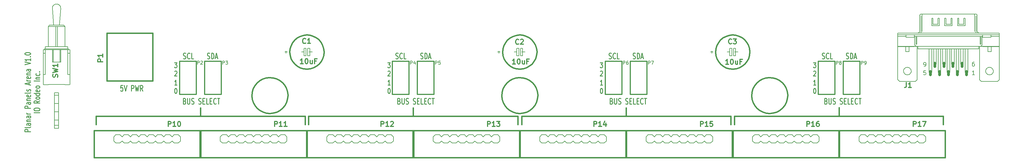
<source format=gto>
G04 (created by PCBNEW-RS274X (2011-aug-04)-testing) date Wed 27 Feb 2013 02:16:23 PM PST*
G01*
G70*
G90*
%MOIN*%
G04 Gerber Fmt 3.4, Leading zero omitted, Abs format*
%FSLAX34Y34*%
G04 APERTURE LIST*
%ADD10C,0.006000*%
%ADD11C,0.010000*%
%ADD12C,0.015000*%
%ADD13C,0.012000*%
%ADD14C,0.008000*%
%ADD15C,0.032000*%
%ADD16C,0.005000*%
G04 APERTURE END LIST*
G54D10*
G54D11*
X11283Y-21862D02*
X10583Y-21862D01*
X10583Y-21671D01*
X10617Y-21624D01*
X10650Y-21600D01*
X10717Y-21576D01*
X10817Y-21576D01*
X10883Y-21600D01*
X10917Y-21624D01*
X10950Y-21671D01*
X10950Y-21862D01*
X11283Y-21291D02*
X11250Y-21338D01*
X11183Y-21362D01*
X10583Y-21362D01*
X11283Y-20886D02*
X10917Y-20886D01*
X10850Y-20909D01*
X10817Y-20957D01*
X10817Y-21052D01*
X10850Y-21100D01*
X11250Y-20886D02*
X11283Y-20933D01*
X11283Y-21052D01*
X11250Y-21100D01*
X11183Y-21124D01*
X11117Y-21124D01*
X11050Y-21100D01*
X11017Y-21052D01*
X11017Y-20933D01*
X10983Y-20886D01*
X10817Y-20648D02*
X11283Y-20648D01*
X10883Y-20648D02*
X10850Y-20624D01*
X10817Y-20577D01*
X10817Y-20505D01*
X10850Y-20457D01*
X10917Y-20434D01*
X11283Y-20434D01*
X11283Y-19982D02*
X10917Y-19982D01*
X10850Y-20005D01*
X10817Y-20053D01*
X10817Y-20148D01*
X10850Y-20196D01*
X11250Y-19982D02*
X11283Y-20029D01*
X11283Y-20148D01*
X11250Y-20196D01*
X11183Y-20220D01*
X11117Y-20220D01*
X11050Y-20196D01*
X11017Y-20148D01*
X11017Y-20029D01*
X10983Y-19982D01*
X11283Y-19744D02*
X10817Y-19744D01*
X10950Y-19744D02*
X10883Y-19720D01*
X10850Y-19696D01*
X10817Y-19649D01*
X10817Y-19601D01*
X11283Y-19053D02*
X10583Y-19053D01*
X10583Y-18862D01*
X10617Y-18815D01*
X10650Y-18791D01*
X10717Y-18767D01*
X10817Y-18767D01*
X10883Y-18791D01*
X10917Y-18815D01*
X10950Y-18862D01*
X10950Y-19053D01*
X11283Y-18339D02*
X10917Y-18339D01*
X10850Y-18362D01*
X10817Y-18410D01*
X10817Y-18505D01*
X10850Y-18553D01*
X11250Y-18339D02*
X11283Y-18386D01*
X11283Y-18505D01*
X11250Y-18553D01*
X11183Y-18577D01*
X11117Y-18577D01*
X11050Y-18553D01*
X11017Y-18505D01*
X11017Y-18386D01*
X10983Y-18339D01*
X10817Y-18101D02*
X11283Y-18101D01*
X10883Y-18101D02*
X10850Y-18077D01*
X10817Y-18030D01*
X10817Y-17958D01*
X10850Y-17910D01*
X10917Y-17887D01*
X11283Y-17887D01*
X11250Y-17458D02*
X11283Y-17506D01*
X11283Y-17601D01*
X11250Y-17649D01*
X11183Y-17673D01*
X10917Y-17673D01*
X10850Y-17649D01*
X10817Y-17601D01*
X10817Y-17506D01*
X10850Y-17458D01*
X10917Y-17435D01*
X10983Y-17435D01*
X11050Y-17673D01*
X11283Y-17149D02*
X11250Y-17196D01*
X11183Y-17220D01*
X10583Y-17220D01*
X11250Y-16982D02*
X11283Y-16934D01*
X11283Y-16839D01*
X11250Y-16791D01*
X11183Y-16767D01*
X11150Y-16767D01*
X11083Y-16791D01*
X11050Y-16839D01*
X11050Y-16910D01*
X11017Y-16958D01*
X10950Y-16982D01*
X10917Y-16982D01*
X10850Y-16958D01*
X10817Y-16910D01*
X10817Y-16839D01*
X10850Y-16791D01*
X11083Y-16196D02*
X11083Y-15958D01*
X11283Y-16243D02*
X10583Y-16077D01*
X11283Y-15910D01*
X11283Y-15743D02*
X10817Y-15743D01*
X10950Y-15743D02*
X10883Y-15719D01*
X10850Y-15695D01*
X10817Y-15648D01*
X10817Y-15600D01*
X11250Y-15242D02*
X11283Y-15290D01*
X11283Y-15385D01*
X11250Y-15433D01*
X11183Y-15457D01*
X10917Y-15457D01*
X10850Y-15433D01*
X10817Y-15385D01*
X10817Y-15290D01*
X10850Y-15242D01*
X10917Y-15219D01*
X10983Y-15219D01*
X11050Y-15457D01*
X10817Y-15004D02*
X11283Y-15004D01*
X10883Y-15004D02*
X10850Y-14980D01*
X10817Y-14933D01*
X10817Y-14861D01*
X10850Y-14813D01*
X10917Y-14790D01*
X11283Y-14790D01*
X11283Y-14338D02*
X10917Y-14338D01*
X10850Y-14361D01*
X10817Y-14409D01*
X10817Y-14504D01*
X10850Y-14552D01*
X11250Y-14338D02*
X11283Y-14385D01*
X11283Y-14504D01*
X11250Y-14552D01*
X11183Y-14576D01*
X11117Y-14576D01*
X11050Y-14552D01*
X11017Y-14504D01*
X11017Y-14385D01*
X10983Y-14338D01*
X10583Y-13790D02*
X11283Y-13624D01*
X10583Y-13457D01*
X11283Y-13028D02*
X11283Y-13314D01*
X11283Y-13171D02*
X10583Y-13171D01*
X10683Y-13219D01*
X10750Y-13266D01*
X10783Y-13314D01*
X11217Y-12814D02*
X11250Y-12790D01*
X11283Y-12814D01*
X11250Y-12838D01*
X11217Y-12814D01*
X11283Y-12814D01*
X10583Y-12481D02*
X10583Y-12433D01*
X10617Y-12385D01*
X10650Y-12362D01*
X10717Y-12338D01*
X10850Y-12314D01*
X11017Y-12314D01*
X11150Y-12338D01*
X11217Y-12362D01*
X11250Y-12385D01*
X11283Y-12433D01*
X11283Y-12481D01*
X11250Y-12528D01*
X11217Y-12552D01*
X11150Y-12576D01*
X11017Y-12600D01*
X10850Y-12600D01*
X10717Y-12576D01*
X10650Y-12552D01*
X10617Y-12528D01*
X10583Y-12481D01*
X12363Y-19564D02*
X11663Y-19564D01*
X11663Y-19231D02*
X11663Y-19135D01*
X11697Y-19088D01*
X11763Y-19040D01*
X11897Y-19016D01*
X12130Y-19016D01*
X12263Y-19040D01*
X12330Y-19088D01*
X12363Y-19135D01*
X12363Y-19231D01*
X12330Y-19278D01*
X12263Y-19326D01*
X12130Y-19350D01*
X11897Y-19350D01*
X11763Y-19326D01*
X11697Y-19278D01*
X11663Y-19231D01*
X12363Y-18135D02*
X12030Y-18302D01*
X12363Y-18421D02*
X11663Y-18421D01*
X11663Y-18230D01*
X11697Y-18183D01*
X11730Y-18159D01*
X11797Y-18135D01*
X11897Y-18135D01*
X11963Y-18159D01*
X11997Y-18183D01*
X12030Y-18230D01*
X12030Y-18421D01*
X12363Y-17850D02*
X12330Y-17897D01*
X12297Y-17921D01*
X12230Y-17945D01*
X12030Y-17945D01*
X11963Y-17921D01*
X11930Y-17897D01*
X11897Y-17850D01*
X11897Y-17778D01*
X11930Y-17730D01*
X11963Y-17707D01*
X12030Y-17683D01*
X12230Y-17683D01*
X12297Y-17707D01*
X12330Y-17730D01*
X12363Y-17778D01*
X12363Y-17850D01*
X12363Y-17255D02*
X11663Y-17255D01*
X12330Y-17255D02*
X12363Y-17302D01*
X12363Y-17398D01*
X12330Y-17445D01*
X12297Y-17469D01*
X12230Y-17493D01*
X12030Y-17493D01*
X11963Y-17469D01*
X11930Y-17445D01*
X11897Y-17398D01*
X11897Y-17302D01*
X11930Y-17255D01*
X12330Y-16826D02*
X12363Y-16874D01*
X12363Y-16969D01*
X12330Y-17017D01*
X12263Y-17041D01*
X11997Y-17041D01*
X11930Y-17017D01*
X11897Y-16969D01*
X11897Y-16874D01*
X11930Y-16826D01*
X11997Y-16803D01*
X12063Y-16803D01*
X12130Y-17041D01*
X12363Y-16517D02*
X12330Y-16564D01*
X12297Y-16588D01*
X12230Y-16612D01*
X12030Y-16612D01*
X11963Y-16588D01*
X11930Y-16564D01*
X11897Y-16517D01*
X11897Y-16445D01*
X11930Y-16397D01*
X11963Y-16374D01*
X12030Y-16350D01*
X12230Y-16350D01*
X12297Y-16374D01*
X12330Y-16397D01*
X12363Y-16445D01*
X12363Y-16517D01*
X12363Y-15755D02*
X11663Y-15755D01*
X11897Y-15517D02*
X12363Y-15517D01*
X11963Y-15517D02*
X11930Y-15493D01*
X11897Y-15446D01*
X11897Y-15374D01*
X11930Y-15326D01*
X11997Y-15303D01*
X12363Y-15303D01*
X12330Y-14851D02*
X12363Y-14898D01*
X12363Y-14994D01*
X12330Y-15041D01*
X12297Y-15065D01*
X12230Y-15089D01*
X12030Y-15089D01*
X11963Y-15065D01*
X11930Y-15041D01*
X11897Y-14994D01*
X11897Y-14898D01*
X11930Y-14851D01*
X12297Y-14636D02*
X12330Y-14612D01*
X12363Y-14636D01*
X12330Y-14660D01*
X12297Y-14636D01*
X12363Y-14636D01*
X22329Y-16283D02*
X22091Y-16283D01*
X22067Y-16617D01*
X22091Y-16583D01*
X22139Y-16550D01*
X22258Y-16550D01*
X22305Y-16583D01*
X22329Y-16617D01*
X22353Y-16683D01*
X22353Y-16850D01*
X22329Y-16917D01*
X22305Y-16950D01*
X22258Y-16983D01*
X22139Y-16983D01*
X22091Y-16950D01*
X22067Y-16917D01*
X22496Y-16283D02*
X22662Y-16983D01*
X22829Y-16283D01*
X23377Y-16983D02*
X23377Y-16283D01*
X23568Y-16283D01*
X23615Y-16317D01*
X23639Y-16350D01*
X23663Y-16417D01*
X23663Y-16517D01*
X23639Y-16583D01*
X23615Y-16617D01*
X23568Y-16650D01*
X23377Y-16650D01*
X23829Y-16283D02*
X23948Y-16983D01*
X24044Y-16483D01*
X24139Y-16983D01*
X24258Y-16283D01*
X24734Y-16983D02*
X24567Y-16650D01*
X24448Y-16983D02*
X24448Y-16283D01*
X24639Y-16283D01*
X24686Y-16317D01*
X24710Y-16350D01*
X24734Y-16417D01*
X24734Y-16517D01*
X24710Y-16583D01*
X24686Y-16617D01*
X24639Y-16650D01*
X24448Y-16650D01*
X109193Y-13050D02*
X109265Y-13083D01*
X109384Y-13083D01*
X109431Y-13050D01*
X109455Y-13017D01*
X109479Y-12950D01*
X109479Y-12883D01*
X109455Y-12817D01*
X109431Y-12783D01*
X109384Y-12750D01*
X109288Y-12717D01*
X109241Y-12683D01*
X109217Y-12650D01*
X109193Y-12583D01*
X109193Y-12517D01*
X109217Y-12450D01*
X109241Y-12417D01*
X109288Y-12383D01*
X109408Y-12383D01*
X109479Y-12417D01*
X109693Y-13083D02*
X109693Y-12383D01*
X109812Y-12383D01*
X109884Y-12417D01*
X109931Y-12483D01*
X109955Y-12550D01*
X109979Y-12683D01*
X109979Y-12783D01*
X109955Y-12917D01*
X109931Y-12983D01*
X109884Y-13050D01*
X109812Y-13083D01*
X109693Y-13083D01*
X110169Y-12883D02*
X110407Y-12883D01*
X110122Y-13083D02*
X110288Y-12383D01*
X110455Y-13083D01*
X106305Y-13030D02*
X106377Y-13063D01*
X106496Y-13063D01*
X106543Y-13030D01*
X106567Y-12997D01*
X106591Y-12930D01*
X106591Y-12863D01*
X106567Y-12797D01*
X106543Y-12763D01*
X106496Y-12730D01*
X106400Y-12697D01*
X106353Y-12663D01*
X106329Y-12630D01*
X106305Y-12563D01*
X106305Y-12497D01*
X106329Y-12430D01*
X106353Y-12397D01*
X106400Y-12363D01*
X106520Y-12363D01*
X106591Y-12397D01*
X107091Y-12997D02*
X107067Y-13030D01*
X106996Y-13063D01*
X106948Y-13063D01*
X106876Y-13030D01*
X106829Y-12963D01*
X106805Y-12897D01*
X106781Y-12763D01*
X106781Y-12663D01*
X106805Y-12530D01*
X106829Y-12463D01*
X106876Y-12397D01*
X106948Y-12363D01*
X106996Y-12363D01*
X107067Y-12397D01*
X107091Y-12430D01*
X107543Y-13063D02*
X107305Y-13063D01*
X107305Y-12363D01*
X83593Y-13050D02*
X83665Y-13083D01*
X83784Y-13083D01*
X83831Y-13050D01*
X83855Y-13017D01*
X83879Y-12950D01*
X83879Y-12883D01*
X83855Y-12817D01*
X83831Y-12783D01*
X83784Y-12750D01*
X83688Y-12717D01*
X83641Y-12683D01*
X83617Y-12650D01*
X83593Y-12583D01*
X83593Y-12517D01*
X83617Y-12450D01*
X83641Y-12417D01*
X83688Y-12383D01*
X83808Y-12383D01*
X83879Y-12417D01*
X84093Y-13083D02*
X84093Y-12383D01*
X84212Y-12383D01*
X84284Y-12417D01*
X84331Y-12483D01*
X84355Y-12550D01*
X84379Y-12683D01*
X84379Y-12783D01*
X84355Y-12917D01*
X84331Y-12983D01*
X84284Y-13050D01*
X84212Y-13083D01*
X84093Y-13083D01*
X84569Y-12883D02*
X84807Y-12883D01*
X84522Y-13083D02*
X84688Y-12383D01*
X84855Y-13083D01*
X80705Y-13030D02*
X80777Y-13063D01*
X80896Y-13063D01*
X80943Y-13030D01*
X80967Y-12997D01*
X80991Y-12930D01*
X80991Y-12863D01*
X80967Y-12797D01*
X80943Y-12763D01*
X80896Y-12730D01*
X80800Y-12697D01*
X80753Y-12663D01*
X80729Y-12630D01*
X80705Y-12563D01*
X80705Y-12497D01*
X80729Y-12430D01*
X80753Y-12397D01*
X80800Y-12363D01*
X80920Y-12363D01*
X80991Y-12397D01*
X81491Y-12997D02*
X81467Y-13030D01*
X81396Y-13063D01*
X81348Y-13063D01*
X81276Y-13030D01*
X81229Y-12963D01*
X81205Y-12897D01*
X81181Y-12763D01*
X81181Y-12663D01*
X81205Y-12530D01*
X81229Y-12463D01*
X81276Y-12397D01*
X81348Y-12363D01*
X81396Y-12363D01*
X81467Y-12397D01*
X81491Y-12430D01*
X81943Y-13063D02*
X81705Y-13063D01*
X81705Y-12363D01*
X58093Y-13050D02*
X58165Y-13083D01*
X58284Y-13083D01*
X58331Y-13050D01*
X58355Y-13017D01*
X58379Y-12950D01*
X58379Y-12883D01*
X58355Y-12817D01*
X58331Y-12783D01*
X58284Y-12750D01*
X58188Y-12717D01*
X58141Y-12683D01*
X58117Y-12650D01*
X58093Y-12583D01*
X58093Y-12517D01*
X58117Y-12450D01*
X58141Y-12417D01*
X58188Y-12383D01*
X58308Y-12383D01*
X58379Y-12417D01*
X58593Y-13083D02*
X58593Y-12383D01*
X58712Y-12383D01*
X58784Y-12417D01*
X58831Y-12483D01*
X58855Y-12550D01*
X58879Y-12683D01*
X58879Y-12783D01*
X58855Y-12917D01*
X58831Y-12983D01*
X58784Y-13050D01*
X58712Y-13083D01*
X58593Y-13083D01*
X59069Y-12883D02*
X59307Y-12883D01*
X59022Y-13083D02*
X59188Y-12383D01*
X59355Y-13083D01*
X55105Y-13030D02*
X55177Y-13063D01*
X55296Y-13063D01*
X55343Y-13030D01*
X55367Y-12997D01*
X55391Y-12930D01*
X55391Y-12863D01*
X55367Y-12797D01*
X55343Y-12763D01*
X55296Y-12730D01*
X55200Y-12697D01*
X55153Y-12663D01*
X55129Y-12630D01*
X55105Y-12563D01*
X55105Y-12497D01*
X55129Y-12430D01*
X55153Y-12397D01*
X55200Y-12363D01*
X55320Y-12363D01*
X55391Y-12397D01*
X55891Y-12997D02*
X55867Y-13030D01*
X55796Y-13063D01*
X55748Y-13063D01*
X55676Y-13030D01*
X55629Y-12963D01*
X55605Y-12897D01*
X55581Y-12763D01*
X55581Y-12663D01*
X55605Y-12530D01*
X55629Y-12463D01*
X55676Y-12397D01*
X55748Y-12363D01*
X55796Y-12363D01*
X55867Y-12397D01*
X55891Y-12430D01*
X56343Y-13063D02*
X56105Y-13063D01*
X56105Y-12363D01*
X32493Y-13050D02*
X32565Y-13083D01*
X32684Y-13083D01*
X32731Y-13050D01*
X32755Y-13017D01*
X32779Y-12950D01*
X32779Y-12883D01*
X32755Y-12817D01*
X32731Y-12783D01*
X32684Y-12750D01*
X32588Y-12717D01*
X32541Y-12683D01*
X32517Y-12650D01*
X32493Y-12583D01*
X32493Y-12517D01*
X32517Y-12450D01*
X32541Y-12417D01*
X32588Y-12383D01*
X32708Y-12383D01*
X32779Y-12417D01*
X32993Y-13083D02*
X32993Y-12383D01*
X33112Y-12383D01*
X33184Y-12417D01*
X33231Y-12483D01*
X33255Y-12550D01*
X33279Y-12683D01*
X33279Y-12783D01*
X33255Y-12917D01*
X33231Y-12983D01*
X33184Y-13050D01*
X33112Y-13083D01*
X32993Y-13083D01*
X33469Y-12883D02*
X33707Y-12883D01*
X33422Y-13083D02*
X33588Y-12383D01*
X33755Y-13083D01*
X29605Y-13030D02*
X29677Y-13063D01*
X29796Y-13063D01*
X29843Y-13030D01*
X29867Y-12997D01*
X29891Y-12930D01*
X29891Y-12863D01*
X29867Y-12797D01*
X29843Y-12763D01*
X29796Y-12730D01*
X29700Y-12697D01*
X29653Y-12663D01*
X29629Y-12630D01*
X29605Y-12563D01*
X29605Y-12497D01*
X29629Y-12430D01*
X29653Y-12397D01*
X29700Y-12363D01*
X29820Y-12363D01*
X29891Y-12397D01*
X30391Y-12997D02*
X30367Y-13030D01*
X30296Y-13063D01*
X30248Y-13063D01*
X30176Y-13030D01*
X30129Y-12963D01*
X30105Y-12897D01*
X30081Y-12763D01*
X30081Y-12663D01*
X30105Y-12530D01*
X30129Y-12463D01*
X30176Y-12397D01*
X30248Y-12363D01*
X30296Y-12363D01*
X30367Y-12397D01*
X30391Y-12430D01*
X30843Y-13063D02*
X30605Y-13063D01*
X30605Y-12363D01*
X105233Y-13543D02*
X105543Y-13543D01*
X105376Y-13771D01*
X105448Y-13771D01*
X105495Y-13800D01*
X105519Y-13829D01*
X105543Y-13886D01*
X105543Y-14029D01*
X105519Y-14086D01*
X105495Y-14114D01*
X105448Y-14143D01*
X105305Y-14143D01*
X105257Y-14114D01*
X105233Y-14086D01*
X105257Y-14600D02*
X105281Y-14571D01*
X105329Y-14543D01*
X105448Y-14543D01*
X105495Y-14571D01*
X105519Y-14600D01*
X105543Y-14657D01*
X105543Y-14714D01*
X105519Y-14800D01*
X105233Y-15143D01*
X105543Y-15143D01*
X105543Y-16243D02*
X105257Y-16243D01*
X105400Y-16243D02*
X105400Y-15643D01*
X105352Y-15729D01*
X105305Y-15786D01*
X105257Y-15814D01*
X105376Y-16643D02*
X105424Y-16643D01*
X105472Y-16671D01*
X105495Y-16700D01*
X105519Y-16757D01*
X105543Y-16871D01*
X105543Y-17014D01*
X105519Y-17129D01*
X105495Y-17186D01*
X105472Y-17214D01*
X105424Y-17243D01*
X105376Y-17243D01*
X105329Y-17214D01*
X105305Y-17186D01*
X105281Y-17129D01*
X105257Y-17014D01*
X105257Y-16871D01*
X105281Y-16757D01*
X105305Y-16700D01*
X105329Y-16671D01*
X105376Y-16643D01*
X79776Y-16643D02*
X79824Y-16643D01*
X79872Y-16671D01*
X79895Y-16700D01*
X79919Y-16757D01*
X79943Y-16871D01*
X79943Y-17014D01*
X79919Y-17129D01*
X79895Y-17186D01*
X79872Y-17214D01*
X79824Y-17243D01*
X79776Y-17243D01*
X79729Y-17214D01*
X79705Y-17186D01*
X79681Y-17129D01*
X79657Y-17014D01*
X79657Y-16871D01*
X79681Y-16757D01*
X79705Y-16700D01*
X79729Y-16671D01*
X79776Y-16643D01*
X79943Y-16243D02*
X79657Y-16243D01*
X79800Y-16243D02*
X79800Y-15643D01*
X79752Y-15729D01*
X79705Y-15786D01*
X79657Y-15814D01*
X79657Y-14600D02*
X79681Y-14571D01*
X79729Y-14543D01*
X79848Y-14543D01*
X79895Y-14571D01*
X79919Y-14600D01*
X79943Y-14657D01*
X79943Y-14714D01*
X79919Y-14800D01*
X79633Y-15143D01*
X79943Y-15143D01*
X79633Y-13543D02*
X79943Y-13543D01*
X79776Y-13771D01*
X79848Y-13771D01*
X79895Y-13800D01*
X79919Y-13829D01*
X79943Y-13886D01*
X79943Y-14029D01*
X79919Y-14086D01*
X79895Y-14114D01*
X79848Y-14143D01*
X79705Y-14143D01*
X79657Y-14114D01*
X79633Y-14086D01*
X54133Y-13543D02*
X54443Y-13543D01*
X54276Y-13771D01*
X54348Y-13771D01*
X54395Y-13800D01*
X54419Y-13829D01*
X54443Y-13886D01*
X54443Y-14029D01*
X54419Y-14086D01*
X54395Y-14114D01*
X54348Y-14143D01*
X54205Y-14143D01*
X54157Y-14114D01*
X54133Y-14086D01*
X54157Y-14600D02*
X54181Y-14571D01*
X54229Y-14543D01*
X54348Y-14543D01*
X54395Y-14571D01*
X54419Y-14600D01*
X54443Y-14657D01*
X54443Y-14714D01*
X54419Y-14800D01*
X54133Y-15143D01*
X54443Y-15143D01*
X54443Y-16243D02*
X54157Y-16243D01*
X54300Y-16243D02*
X54300Y-15643D01*
X54252Y-15729D01*
X54205Y-15786D01*
X54157Y-15814D01*
X54276Y-16643D02*
X54324Y-16643D01*
X54372Y-16671D01*
X54395Y-16700D01*
X54419Y-16757D01*
X54443Y-16871D01*
X54443Y-17014D01*
X54419Y-17129D01*
X54395Y-17186D01*
X54372Y-17214D01*
X54324Y-17243D01*
X54276Y-17243D01*
X54229Y-17214D01*
X54205Y-17186D01*
X54181Y-17129D01*
X54157Y-17014D01*
X54157Y-16871D01*
X54181Y-16757D01*
X54205Y-16700D01*
X54229Y-16671D01*
X54276Y-16643D01*
X28676Y-16643D02*
X28724Y-16643D01*
X28772Y-16671D01*
X28795Y-16700D01*
X28819Y-16757D01*
X28843Y-16871D01*
X28843Y-17014D01*
X28819Y-17129D01*
X28795Y-17186D01*
X28772Y-17214D01*
X28724Y-17243D01*
X28676Y-17243D01*
X28629Y-17214D01*
X28605Y-17186D01*
X28581Y-17129D01*
X28557Y-17014D01*
X28557Y-16871D01*
X28581Y-16757D01*
X28605Y-16700D01*
X28629Y-16671D01*
X28676Y-16643D01*
X28843Y-16243D02*
X28557Y-16243D01*
X28700Y-16243D02*
X28700Y-15643D01*
X28652Y-15729D01*
X28605Y-15786D01*
X28557Y-15814D01*
X28557Y-14600D02*
X28581Y-14571D01*
X28629Y-14543D01*
X28748Y-14543D01*
X28795Y-14571D01*
X28819Y-14600D01*
X28843Y-14657D01*
X28843Y-14714D01*
X28819Y-14800D01*
X28533Y-15143D01*
X28843Y-15143D01*
X28533Y-13543D02*
X28843Y-13543D01*
X28676Y-13771D01*
X28748Y-13771D01*
X28795Y-13800D01*
X28819Y-13829D01*
X28843Y-13886D01*
X28843Y-14029D01*
X28819Y-14086D01*
X28795Y-14114D01*
X28748Y-14143D01*
X28605Y-14143D01*
X28557Y-14114D01*
X28533Y-14086D01*
X106763Y-18167D02*
X106834Y-18200D01*
X106858Y-18233D01*
X106882Y-18300D01*
X106882Y-18400D01*
X106858Y-18467D01*
X106834Y-18500D01*
X106787Y-18533D01*
X106596Y-18533D01*
X106596Y-17833D01*
X106763Y-17833D01*
X106810Y-17867D01*
X106834Y-17900D01*
X106858Y-17967D01*
X106858Y-18033D01*
X106834Y-18100D01*
X106810Y-18133D01*
X106763Y-18167D01*
X106596Y-18167D01*
X107096Y-17833D02*
X107096Y-18400D01*
X107120Y-18467D01*
X107144Y-18500D01*
X107191Y-18533D01*
X107287Y-18533D01*
X107334Y-18500D01*
X107358Y-18467D01*
X107382Y-18400D01*
X107382Y-17833D01*
X107596Y-18500D02*
X107668Y-18533D01*
X107787Y-18533D01*
X107834Y-18500D01*
X107858Y-18467D01*
X107882Y-18400D01*
X107882Y-18333D01*
X107858Y-18267D01*
X107834Y-18233D01*
X107787Y-18200D01*
X107691Y-18167D01*
X107644Y-18133D01*
X107620Y-18100D01*
X107596Y-18033D01*
X107596Y-17967D01*
X107620Y-17900D01*
X107644Y-17867D01*
X107691Y-17833D01*
X107811Y-17833D01*
X107882Y-17867D01*
X108453Y-18500D02*
X108525Y-18533D01*
X108644Y-18533D01*
X108691Y-18500D01*
X108715Y-18467D01*
X108739Y-18400D01*
X108739Y-18333D01*
X108715Y-18267D01*
X108691Y-18233D01*
X108644Y-18200D01*
X108548Y-18167D01*
X108501Y-18133D01*
X108477Y-18100D01*
X108453Y-18033D01*
X108453Y-17967D01*
X108477Y-17900D01*
X108501Y-17867D01*
X108548Y-17833D01*
X108668Y-17833D01*
X108739Y-17867D01*
X108953Y-18167D02*
X109120Y-18167D01*
X109191Y-18533D02*
X108953Y-18533D01*
X108953Y-17833D01*
X109191Y-17833D01*
X109643Y-18533D02*
X109405Y-18533D01*
X109405Y-17833D01*
X109810Y-18167D02*
X109977Y-18167D01*
X110048Y-18533D02*
X109810Y-18533D01*
X109810Y-17833D01*
X110048Y-17833D01*
X110548Y-18467D02*
X110524Y-18500D01*
X110453Y-18533D01*
X110405Y-18533D01*
X110333Y-18500D01*
X110286Y-18433D01*
X110262Y-18367D01*
X110238Y-18233D01*
X110238Y-18133D01*
X110262Y-18000D01*
X110286Y-17933D01*
X110333Y-17867D01*
X110405Y-17833D01*
X110453Y-17833D01*
X110524Y-17867D01*
X110548Y-17900D01*
X110691Y-17833D02*
X110976Y-17833D01*
X110833Y-18533D02*
X110833Y-17833D01*
X81013Y-18167D02*
X81084Y-18200D01*
X81108Y-18233D01*
X81132Y-18300D01*
X81132Y-18400D01*
X81108Y-18467D01*
X81084Y-18500D01*
X81037Y-18533D01*
X80846Y-18533D01*
X80846Y-17833D01*
X81013Y-17833D01*
X81060Y-17867D01*
X81084Y-17900D01*
X81108Y-17967D01*
X81108Y-18033D01*
X81084Y-18100D01*
X81060Y-18133D01*
X81013Y-18167D01*
X80846Y-18167D01*
X81346Y-17833D02*
X81346Y-18400D01*
X81370Y-18467D01*
X81394Y-18500D01*
X81441Y-18533D01*
X81537Y-18533D01*
X81584Y-18500D01*
X81608Y-18467D01*
X81632Y-18400D01*
X81632Y-17833D01*
X81846Y-18500D02*
X81918Y-18533D01*
X82037Y-18533D01*
X82084Y-18500D01*
X82108Y-18467D01*
X82132Y-18400D01*
X82132Y-18333D01*
X82108Y-18267D01*
X82084Y-18233D01*
X82037Y-18200D01*
X81941Y-18167D01*
X81894Y-18133D01*
X81870Y-18100D01*
X81846Y-18033D01*
X81846Y-17967D01*
X81870Y-17900D01*
X81894Y-17867D01*
X81941Y-17833D01*
X82061Y-17833D01*
X82132Y-17867D01*
X82703Y-18500D02*
X82775Y-18533D01*
X82894Y-18533D01*
X82941Y-18500D01*
X82965Y-18467D01*
X82989Y-18400D01*
X82989Y-18333D01*
X82965Y-18267D01*
X82941Y-18233D01*
X82894Y-18200D01*
X82798Y-18167D01*
X82751Y-18133D01*
X82727Y-18100D01*
X82703Y-18033D01*
X82703Y-17967D01*
X82727Y-17900D01*
X82751Y-17867D01*
X82798Y-17833D01*
X82918Y-17833D01*
X82989Y-17867D01*
X83203Y-18167D02*
X83370Y-18167D01*
X83441Y-18533D02*
X83203Y-18533D01*
X83203Y-17833D01*
X83441Y-17833D01*
X83893Y-18533D02*
X83655Y-18533D01*
X83655Y-17833D01*
X84060Y-18167D02*
X84227Y-18167D01*
X84298Y-18533D02*
X84060Y-18533D01*
X84060Y-17833D01*
X84298Y-17833D01*
X84798Y-18467D02*
X84774Y-18500D01*
X84703Y-18533D01*
X84655Y-18533D01*
X84583Y-18500D01*
X84536Y-18433D01*
X84512Y-18367D01*
X84488Y-18233D01*
X84488Y-18133D01*
X84512Y-18000D01*
X84536Y-17933D01*
X84583Y-17867D01*
X84655Y-17833D01*
X84703Y-17833D01*
X84774Y-17867D01*
X84798Y-17900D01*
X84941Y-17833D02*
X85226Y-17833D01*
X85083Y-18533D02*
X85083Y-17833D01*
X55513Y-18167D02*
X55584Y-18200D01*
X55608Y-18233D01*
X55632Y-18300D01*
X55632Y-18400D01*
X55608Y-18467D01*
X55584Y-18500D01*
X55537Y-18533D01*
X55346Y-18533D01*
X55346Y-17833D01*
X55513Y-17833D01*
X55560Y-17867D01*
X55584Y-17900D01*
X55608Y-17967D01*
X55608Y-18033D01*
X55584Y-18100D01*
X55560Y-18133D01*
X55513Y-18167D01*
X55346Y-18167D01*
X55846Y-17833D02*
X55846Y-18400D01*
X55870Y-18467D01*
X55894Y-18500D01*
X55941Y-18533D01*
X56037Y-18533D01*
X56084Y-18500D01*
X56108Y-18467D01*
X56132Y-18400D01*
X56132Y-17833D01*
X56346Y-18500D02*
X56418Y-18533D01*
X56537Y-18533D01*
X56584Y-18500D01*
X56608Y-18467D01*
X56632Y-18400D01*
X56632Y-18333D01*
X56608Y-18267D01*
X56584Y-18233D01*
X56537Y-18200D01*
X56441Y-18167D01*
X56394Y-18133D01*
X56370Y-18100D01*
X56346Y-18033D01*
X56346Y-17967D01*
X56370Y-17900D01*
X56394Y-17867D01*
X56441Y-17833D01*
X56561Y-17833D01*
X56632Y-17867D01*
X57203Y-18500D02*
X57275Y-18533D01*
X57394Y-18533D01*
X57441Y-18500D01*
X57465Y-18467D01*
X57489Y-18400D01*
X57489Y-18333D01*
X57465Y-18267D01*
X57441Y-18233D01*
X57394Y-18200D01*
X57298Y-18167D01*
X57251Y-18133D01*
X57227Y-18100D01*
X57203Y-18033D01*
X57203Y-17967D01*
X57227Y-17900D01*
X57251Y-17867D01*
X57298Y-17833D01*
X57418Y-17833D01*
X57489Y-17867D01*
X57703Y-18167D02*
X57870Y-18167D01*
X57941Y-18533D02*
X57703Y-18533D01*
X57703Y-17833D01*
X57941Y-17833D01*
X58393Y-18533D02*
X58155Y-18533D01*
X58155Y-17833D01*
X58560Y-18167D02*
X58727Y-18167D01*
X58798Y-18533D02*
X58560Y-18533D01*
X58560Y-17833D01*
X58798Y-17833D01*
X59298Y-18467D02*
X59274Y-18500D01*
X59203Y-18533D01*
X59155Y-18533D01*
X59083Y-18500D01*
X59036Y-18433D01*
X59012Y-18367D01*
X58988Y-18233D01*
X58988Y-18133D01*
X59012Y-18000D01*
X59036Y-17933D01*
X59083Y-17867D01*
X59155Y-17833D01*
X59203Y-17833D01*
X59274Y-17867D01*
X59298Y-17900D01*
X59441Y-17833D02*
X59726Y-17833D01*
X59583Y-18533D02*
X59583Y-17833D01*
X29763Y-18167D02*
X29834Y-18200D01*
X29858Y-18233D01*
X29882Y-18300D01*
X29882Y-18400D01*
X29858Y-18467D01*
X29834Y-18500D01*
X29787Y-18533D01*
X29596Y-18533D01*
X29596Y-17833D01*
X29763Y-17833D01*
X29810Y-17867D01*
X29834Y-17900D01*
X29858Y-17967D01*
X29858Y-18033D01*
X29834Y-18100D01*
X29810Y-18133D01*
X29763Y-18167D01*
X29596Y-18167D01*
X30096Y-17833D02*
X30096Y-18400D01*
X30120Y-18467D01*
X30144Y-18500D01*
X30191Y-18533D01*
X30287Y-18533D01*
X30334Y-18500D01*
X30358Y-18467D01*
X30382Y-18400D01*
X30382Y-17833D01*
X30596Y-18500D02*
X30668Y-18533D01*
X30787Y-18533D01*
X30834Y-18500D01*
X30858Y-18467D01*
X30882Y-18400D01*
X30882Y-18333D01*
X30858Y-18267D01*
X30834Y-18233D01*
X30787Y-18200D01*
X30691Y-18167D01*
X30644Y-18133D01*
X30620Y-18100D01*
X30596Y-18033D01*
X30596Y-17967D01*
X30620Y-17900D01*
X30644Y-17867D01*
X30691Y-17833D01*
X30811Y-17833D01*
X30882Y-17867D01*
X31453Y-18500D02*
X31525Y-18533D01*
X31644Y-18533D01*
X31691Y-18500D01*
X31715Y-18467D01*
X31739Y-18400D01*
X31739Y-18333D01*
X31715Y-18267D01*
X31691Y-18233D01*
X31644Y-18200D01*
X31548Y-18167D01*
X31501Y-18133D01*
X31477Y-18100D01*
X31453Y-18033D01*
X31453Y-17967D01*
X31477Y-17900D01*
X31501Y-17867D01*
X31548Y-17833D01*
X31668Y-17833D01*
X31739Y-17867D01*
X31953Y-18167D02*
X32120Y-18167D01*
X32191Y-18533D02*
X31953Y-18533D01*
X31953Y-17833D01*
X32191Y-17833D01*
X32643Y-18533D02*
X32405Y-18533D01*
X32405Y-17833D01*
X32810Y-18167D02*
X32977Y-18167D01*
X33048Y-18533D02*
X32810Y-18533D01*
X32810Y-17833D01*
X33048Y-17833D01*
X33548Y-18467D02*
X33524Y-18500D01*
X33453Y-18533D01*
X33405Y-18533D01*
X33333Y-18500D01*
X33286Y-18433D01*
X33262Y-18367D01*
X33238Y-18233D01*
X33238Y-18133D01*
X33262Y-18000D01*
X33286Y-17933D01*
X33333Y-17867D01*
X33405Y-17833D01*
X33453Y-17833D01*
X33524Y-17867D01*
X33548Y-17900D01*
X33691Y-17833D02*
X33976Y-17833D01*
X33833Y-18533D02*
X33833Y-17833D01*
G54D12*
X108340Y-20000D02*
X108340Y-18990D01*
X82780Y-20000D02*
X82780Y-19000D01*
X57220Y-20000D02*
X57220Y-19000D01*
X31660Y-20000D02*
X31660Y-19000D01*
X120850Y-20000D02*
X120850Y-21000D01*
X95775Y-20000D02*
X120850Y-20000D01*
X95775Y-21000D02*
X95775Y-20000D01*
X95325Y-20000D02*
X95325Y-21000D01*
X70225Y-20000D02*
X95325Y-20000D01*
X57000Y-20000D02*
X57400Y-20000D01*
X31475Y-20000D02*
X31875Y-20000D01*
X70225Y-21000D02*
X70225Y-20000D01*
X69775Y-20000D02*
X69775Y-21000D01*
X57425Y-20000D02*
X69775Y-20000D01*
X44650Y-20000D02*
X57000Y-20000D01*
X44650Y-21000D02*
X44650Y-20000D01*
X44225Y-20000D02*
X44225Y-21000D01*
X31875Y-20000D02*
X44225Y-20000D01*
X19125Y-20000D02*
X31450Y-20000D01*
X19125Y-21000D02*
X19125Y-20000D01*
G54D13*
X108840Y-17370D02*
X108840Y-13370D01*
X108840Y-13370D02*
X110840Y-13370D01*
X110840Y-13370D02*
X110840Y-17370D01*
X110840Y-17370D02*
X108840Y-17370D01*
X105840Y-17370D02*
X105840Y-13370D01*
X105840Y-13370D02*
X107840Y-13370D01*
X107840Y-13370D02*
X107840Y-17370D01*
X107840Y-17370D02*
X105840Y-17370D01*
X83280Y-17370D02*
X83280Y-13370D01*
X83280Y-13370D02*
X85280Y-13370D01*
X85280Y-13370D02*
X85280Y-17370D01*
X85280Y-17370D02*
X83280Y-17370D01*
X29160Y-17370D02*
X29160Y-13370D01*
X29160Y-13370D02*
X31160Y-13370D01*
X31160Y-13370D02*
X31160Y-17370D01*
X31160Y-17370D02*
X29160Y-17370D01*
X32160Y-17370D02*
X32160Y-13370D01*
X32160Y-13370D02*
X34160Y-13370D01*
X34160Y-13370D02*
X34160Y-17370D01*
X34160Y-17370D02*
X32160Y-17370D01*
X54720Y-17370D02*
X54720Y-13370D01*
X54720Y-13370D02*
X56720Y-13370D01*
X56720Y-13370D02*
X56720Y-17370D01*
X56720Y-17370D02*
X54720Y-17370D01*
X57720Y-17370D02*
X57720Y-13370D01*
X57720Y-13370D02*
X59720Y-13370D01*
X59720Y-13370D02*
X59720Y-17370D01*
X59720Y-17370D02*
X57720Y-17370D01*
X80280Y-17370D02*
X80280Y-13370D01*
X80280Y-13370D02*
X82280Y-13370D01*
X82280Y-13370D02*
X82280Y-17370D01*
X82280Y-17370D02*
X80280Y-17370D01*
G54D14*
X14640Y-17160D02*
X14140Y-17160D01*
X14140Y-17160D02*
X14140Y-17460D01*
X14640Y-17460D02*
X14140Y-17460D01*
X14640Y-17160D02*
X14640Y-17460D01*
X14640Y-18460D02*
X14140Y-18460D01*
X14140Y-18460D02*
X14140Y-19460D01*
X14640Y-19460D02*
X14140Y-19460D01*
X14640Y-18460D02*
X14640Y-19460D01*
X14640Y-20460D02*
X14140Y-20460D01*
X14140Y-20460D02*
X14140Y-21460D01*
X14640Y-21460D02*
X14140Y-21460D01*
X14640Y-20460D02*
X14640Y-21460D01*
X14640Y-17460D02*
X14140Y-17460D01*
X14140Y-17460D02*
X14140Y-18460D01*
X14640Y-18460D02*
X14140Y-18460D01*
X14640Y-17460D02*
X14640Y-18460D01*
X14640Y-19460D02*
X14140Y-19460D01*
X14140Y-19460D02*
X14140Y-20460D01*
X14640Y-20460D02*
X14140Y-20460D01*
X14640Y-19460D02*
X14640Y-20460D01*
X14640Y-20460D02*
X14140Y-20460D01*
X14140Y-20460D02*
X14140Y-21110D01*
X14640Y-21110D02*
X14140Y-21110D01*
X14640Y-20460D02*
X14640Y-21110D01*
X13040Y-11960D02*
X12790Y-11960D01*
X12790Y-11960D02*
X12790Y-12410D01*
X13040Y-12410D02*
X12790Y-12410D01*
X13040Y-11960D02*
X13040Y-12410D01*
X13040Y-12410D02*
X12790Y-12410D01*
X12790Y-12410D02*
X12790Y-14960D01*
X13040Y-14960D02*
X12790Y-14960D01*
X13040Y-12410D02*
X13040Y-14960D01*
X14790Y-11960D02*
X13990Y-11960D01*
X13990Y-11960D02*
X13990Y-13460D01*
X14790Y-13460D02*
X13990Y-13460D01*
X14790Y-11960D02*
X14790Y-13460D01*
X14890Y-11960D02*
X14790Y-11960D01*
X14790Y-11960D02*
X14790Y-13460D01*
X14890Y-13460D02*
X14790Y-13460D01*
X14890Y-11960D02*
X14890Y-13460D01*
X13990Y-11960D02*
X13890Y-11960D01*
X13890Y-11960D02*
X13890Y-13460D01*
X13990Y-13460D02*
X13890Y-13460D01*
X13990Y-11960D02*
X13990Y-13460D01*
X15990Y-11960D02*
X15740Y-11960D01*
X15740Y-11960D02*
X15740Y-12410D01*
X15990Y-12410D02*
X15740Y-12410D01*
X15990Y-11960D02*
X15990Y-12410D01*
X15990Y-12410D02*
X15740Y-12410D01*
X15740Y-12410D02*
X15740Y-14960D01*
X15990Y-14960D02*
X15740Y-14960D01*
X15990Y-12410D02*
X15990Y-14960D01*
G54D10*
X15990Y-11960D02*
X15990Y-16160D01*
X15990Y-11960D02*
X15840Y-11960D01*
X15840Y-11960D02*
X15840Y-11860D01*
X12940Y-11860D02*
X13040Y-11860D01*
X12940Y-11860D02*
X12940Y-11960D01*
X12940Y-11960D02*
X12790Y-11960D01*
X15740Y-11860D02*
X15740Y-11610D01*
X15740Y-11860D02*
X15840Y-11860D01*
X13040Y-11610D02*
X13390Y-11610D01*
X13040Y-11610D02*
X13040Y-11860D01*
X13390Y-09160D02*
X14290Y-09160D01*
X15390Y-09160D02*
X15240Y-09010D01*
X15240Y-09010D02*
X14740Y-09010D01*
X13390Y-09160D02*
X13540Y-09010D01*
X14290Y-09160D02*
X14290Y-11610D01*
X14290Y-09160D02*
X14490Y-09160D01*
X14290Y-11610D02*
X14490Y-11610D01*
X14490Y-09160D02*
X14490Y-11610D01*
X14490Y-09160D02*
X15390Y-09160D01*
X14740Y-09010D02*
X14890Y-06960D01*
X13890Y-06960D02*
X14040Y-09010D01*
X14040Y-09010D02*
X13540Y-09010D01*
X14740Y-09010D02*
X14040Y-09010D01*
X12840Y-16210D02*
X13390Y-16210D01*
X13390Y-16160D02*
X13390Y-16210D01*
X15390Y-16160D02*
X15390Y-16210D01*
X12840Y-16210D02*
X12790Y-16160D01*
X12790Y-16160D02*
X12790Y-11960D01*
X15990Y-16160D02*
X15940Y-16210D01*
X15940Y-16210D02*
X15390Y-16210D01*
X15390Y-16160D02*
X13390Y-16160D01*
X13390Y-11610D02*
X13390Y-11410D01*
X13390Y-11410D02*
X13390Y-09160D01*
X13390Y-11610D02*
X13840Y-11610D01*
X13840Y-11610D02*
X14290Y-11610D01*
X13040Y-11860D02*
X13940Y-11860D01*
X12940Y-11960D02*
X13940Y-11960D01*
X14790Y-11960D02*
X13940Y-11960D01*
X14790Y-11960D02*
X15840Y-11960D01*
X14840Y-11860D02*
X13940Y-11860D01*
X14840Y-11860D02*
X15740Y-11860D01*
X14940Y-11610D02*
X14490Y-11610D01*
X14940Y-11610D02*
X15390Y-11610D01*
X15390Y-11610D02*
X15740Y-11610D01*
X15390Y-11610D02*
X15390Y-11410D01*
X15390Y-11410D02*
X15390Y-09160D01*
X14890Y-06960D02*
X14888Y-06917D01*
X14882Y-06874D01*
X14872Y-06831D01*
X14859Y-06789D01*
X14843Y-06749D01*
X14823Y-06711D01*
X14799Y-06674D01*
X14773Y-06639D01*
X14743Y-06607D01*
X14711Y-06577D01*
X14676Y-06551D01*
X14640Y-06527D01*
X14601Y-06507D01*
X14561Y-06491D01*
X14519Y-06478D01*
X14476Y-06468D01*
X14433Y-06462D01*
X14390Y-06460D01*
X14347Y-06462D01*
X14304Y-06468D01*
X14261Y-06478D01*
X14219Y-06491D01*
X14179Y-06507D01*
X14141Y-06527D01*
X14104Y-06551D01*
X14069Y-06577D01*
X14037Y-06607D01*
X14007Y-06639D01*
X13981Y-06674D01*
X13957Y-06711D01*
X13937Y-06749D01*
X13921Y-06789D01*
X13908Y-06831D01*
X13898Y-06874D01*
X13892Y-06917D01*
X13890Y-06960D01*
G54D12*
X97621Y-12250D02*
X97581Y-12650D01*
X97465Y-13035D01*
X97276Y-13390D01*
X97022Y-13702D01*
X96712Y-13958D01*
X96358Y-14149D01*
X95974Y-14268D01*
X95574Y-14310D01*
X95174Y-14274D01*
X94788Y-14160D01*
X94432Y-13974D01*
X94118Y-13722D01*
X93860Y-13414D01*
X93666Y-13061D01*
X93545Y-12678D01*
X93500Y-12278D01*
X93533Y-11878D01*
X93644Y-11492D01*
X93828Y-11134D01*
X94078Y-10819D01*
X94384Y-10558D01*
X94735Y-10362D01*
X95118Y-10238D01*
X95517Y-10190D01*
X95917Y-10221D01*
X96305Y-10329D01*
X96664Y-10510D01*
X96981Y-10758D01*
X97244Y-11062D01*
X97442Y-11412D01*
X97569Y-11794D01*
X97620Y-12193D01*
X97621Y-12250D01*
G54D14*
X95660Y-12700D02*
X95910Y-12700D01*
X95910Y-12700D02*
X95910Y-11800D01*
X95660Y-11800D02*
X95910Y-11800D01*
X95660Y-12700D02*
X95660Y-11800D01*
G54D10*
X95110Y-12250D02*
X95210Y-12250D01*
X95210Y-12250D02*
X95210Y-12700D01*
X95210Y-12700D02*
X95460Y-12700D01*
X95460Y-12700D02*
X95460Y-11800D01*
X95460Y-11800D02*
X95210Y-11800D01*
X95210Y-11800D02*
X95210Y-12250D01*
X95810Y-12250D02*
X96010Y-12250D01*
X93060Y-12100D02*
X93060Y-12400D01*
X93210Y-12250D02*
X92910Y-12250D01*
X96010Y-12250D02*
X96210Y-12250D01*
X94910Y-12250D02*
X95110Y-12250D01*
G54D12*
X72061Y-12250D02*
X72021Y-12650D01*
X71905Y-13035D01*
X71716Y-13390D01*
X71462Y-13702D01*
X71152Y-13958D01*
X70798Y-14149D01*
X70414Y-14268D01*
X70014Y-14310D01*
X69614Y-14274D01*
X69228Y-14160D01*
X68872Y-13974D01*
X68558Y-13722D01*
X68300Y-13414D01*
X68106Y-13061D01*
X67985Y-12678D01*
X67940Y-12278D01*
X67973Y-11878D01*
X68084Y-11492D01*
X68268Y-11134D01*
X68518Y-10819D01*
X68824Y-10558D01*
X69175Y-10362D01*
X69558Y-10238D01*
X69957Y-10190D01*
X70357Y-10221D01*
X70745Y-10329D01*
X71104Y-10510D01*
X71421Y-10758D01*
X71684Y-11062D01*
X71882Y-11412D01*
X72009Y-11794D01*
X72060Y-12193D01*
X72061Y-12250D01*
G54D14*
X70100Y-12700D02*
X70350Y-12700D01*
X70350Y-12700D02*
X70350Y-11800D01*
X70100Y-11800D02*
X70350Y-11800D01*
X70100Y-12700D02*
X70100Y-11800D01*
G54D10*
X69550Y-12250D02*
X69650Y-12250D01*
X69650Y-12250D02*
X69650Y-12700D01*
X69650Y-12700D02*
X69900Y-12700D01*
X69900Y-12700D02*
X69900Y-11800D01*
X69900Y-11800D02*
X69650Y-11800D01*
X69650Y-11800D02*
X69650Y-12250D01*
X70250Y-12250D02*
X70450Y-12250D01*
X67500Y-12100D02*
X67500Y-12400D01*
X67650Y-12250D02*
X67350Y-12250D01*
X70450Y-12250D02*
X70650Y-12250D01*
X69350Y-12250D02*
X69550Y-12250D01*
G54D12*
X46501Y-12250D02*
X46461Y-12650D01*
X46345Y-13035D01*
X46156Y-13390D01*
X45902Y-13702D01*
X45592Y-13958D01*
X45238Y-14149D01*
X44854Y-14268D01*
X44454Y-14310D01*
X44054Y-14274D01*
X43668Y-14160D01*
X43312Y-13974D01*
X42998Y-13722D01*
X42740Y-13414D01*
X42546Y-13061D01*
X42425Y-12678D01*
X42380Y-12278D01*
X42413Y-11878D01*
X42524Y-11492D01*
X42708Y-11134D01*
X42958Y-10819D01*
X43264Y-10558D01*
X43615Y-10362D01*
X43998Y-10238D01*
X44397Y-10190D01*
X44797Y-10221D01*
X45185Y-10329D01*
X45544Y-10510D01*
X45861Y-10758D01*
X46124Y-11062D01*
X46322Y-11412D01*
X46449Y-11794D01*
X46500Y-12193D01*
X46501Y-12250D01*
G54D14*
X44540Y-12700D02*
X44790Y-12700D01*
X44790Y-12700D02*
X44790Y-11800D01*
X44540Y-11800D02*
X44790Y-11800D01*
X44540Y-12700D02*
X44540Y-11800D01*
G54D10*
X43990Y-12250D02*
X44090Y-12250D01*
X44090Y-12250D02*
X44090Y-12700D01*
X44090Y-12700D02*
X44340Y-12700D01*
X44340Y-12700D02*
X44340Y-11800D01*
X44340Y-11800D02*
X44090Y-11800D01*
X44090Y-11800D02*
X44090Y-12250D01*
X44690Y-12250D02*
X44890Y-12250D01*
X41940Y-12100D02*
X41940Y-12400D01*
X42090Y-12250D02*
X41790Y-12250D01*
X44890Y-12250D02*
X45090Y-12250D01*
X43790Y-12250D02*
X43990Y-12250D01*
G54D12*
X20450Y-09990D02*
X25950Y-09990D01*
X25950Y-09990D02*
X25950Y-15740D01*
X25950Y-15740D02*
X20450Y-15740D01*
X20450Y-15740D02*
X20450Y-09990D01*
G54D14*
X117670Y-10360D02*
X117570Y-10360D01*
X117570Y-10360D02*
X117570Y-11310D01*
X117670Y-11310D02*
X117570Y-11310D01*
X117670Y-10360D02*
X117670Y-11310D01*
X125370Y-10360D02*
X125270Y-10360D01*
X125270Y-10360D02*
X125270Y-11310D01*
X125370Y-11310D02*
X125270Y-11310D01*
X125370Y-10360D02*
X125370Y-11310D01*
X116740Y-11560D02*
X116340Y-11560D01*
X116340Y-11560D02*
X116340Y-12210D01*
X116740Y-12210D02*
X116340Y-12210D01*
X116740Y-11560D02*
X116740Y-12210D01*
X126600Y-11560D02*
X126200Y-11560D01*
X126200Y-11560D02*
X126200Y-12210D01*
X126600Y-12210D02*
X126200Y-12210D01*
X126600Y-11560D02*
X126600Y-12210D01*
X125120Y-11560D02*
X117820Y-11560D01*
X117820Y-11560D02*
X117820Y-11860D01*
X125120Y-11860D02*
X117820Y-11860D01*
X125120Y-11560D02*
X125120Y-11860D01*
X127570Y-09960D02*
X115370Y-09960D01*
X115370Y-09960D02*
X115370Y-10160D01*
X127570Y-10160D02*
X115370Y-10160D01*
X127570Y-09960D02*
X127570Y-10160D01*
X123790Y-11860D02*
X123470Y-11860D01*
X123470Y-11860D02*
X123470Y-14710D01*
X123790Y-14710D02*
X123470Y-14710D01*
X123790Y-11860D02*
X123790Y-14710D01*
X123250Y-11860D02*
X122930Y-11860D01*
X122930Y-11860D02*
X122930Y-13710D01*
X123250Y-13710D02*
X122930Y-13710D01*
X123250Y-11860D02*
X123250Y-13710D01*
X122710Y-11860D02*
X122390Y-11860D01*
X122390Y-11860D02*
X122390Y-14710D01*
X122710Y-14710D02*
X122390Y-14710D01*
X122710Y-11860D02*
X122710Y-14710D01*
X122170Y-11860D02*
X121850Y-11860D01*
X121850Y-11860D02*
X121850Y-13710D01*
X122170Y-13710D02*
X121850Y-13710D01*
X122170Y-11860D02*
X122170Y-13710D01*
X121630Y-11860D02*
X121310Y-11860D01*
X121310Y-11860D02*
X121310Y-14710D01*
X121630Y-14710D02*
X121310Y-14710D01*
X121630Y-11860D02*
X121630Y-14710D01*
X121090Y-11860D02*
X120770Y-11860D01*
X120770Y-11860D02*
X120770Y-13710D01*
X121090Y-13710D02*
X120770Y-13710D01*
X121090Y-11860D02*
X121090Y-13710D01*
X120550Y-11860D02*
X120230Y-11860D01*
X120230Y-11860D02*
X120230Y-14710D01*
X120550Y-14710D02*
X120230Y-14710D01*
X120550Y-11860D02*
X120550Y-14710D01*
X120010Y-11860D02*
X119690Y-11860D01*
X119690Y-11860D02*
X119690Y-13710D01*
X120010Y-13710D02*
X119690Y-13710D01*
X120010Y-11860D02*
X120010Y-13710D01*
X119470Y-11860D02*
X119150Y-11860D01*
X119150Y-11860D02*
X119150Y-14710D01*
X119470Y-14710D02*
X119150Y-14710D01*
X119470Y-11860D02*
X119470Y-14710D01*
G54D10*
X118220Y-07661D02*
X118320Y-07661D01*
X118170Y-09960D02*
X118170Y-07860D01*
X118170Y-09960D02*
X124770Y-09960D01*
X124770Y-09960D02*
X124770Y-07860D01*
X115370Y-11560D02*
X117370Y-11560D01*
X115370Y-11560D02*
X115370Y-10360D01*
X115370Y-11560D02*
X115370Y-11610D01*
X115370Y-10360D02*
X116370Y-10360D01*
X115370Y-10360D02*
X115370Y-10160D01*
X115370Y-10160D02*
X115370Y-09960D01*
X127570Y-09960D02*
X127570Y-10160D01*
X127570Y-10160D02*
X127570Y-10360D01*
X127570Y-10360D02*
X127570Y-11560D01*
X127570Y-11560D02*
X127570Y-11610D01*
X116370Y-10460D02*
X117370Y-10460D01*
X115370Y-10160D02*
X116370Y-10160D01*
X116370Y-10160D02*
X117370Y-10160D01*
X116370Y-10360D02*
X116370Y-10160D01*
X116370Y-10360D02*
X116370Y-10460D01*
X117370Y-10460D02*
X117370Y-10360D01*
X117370Y-10360D02*
X117370Y-10160D01*
X115370Y-11610D02*
X117370Y-11610D01*
X117370Y-11610D02*
X117370Y-11560D01*
X117370Y-10360D02*
X117420Y-10360D01*
X117420Y-10360D02*
X125520Y-10360D01*
X117370Y-11560D02*
X117720Y-11560D01*
X117720Y-11560D02*
X117820Y-11560D01*
X117420Y-11310D02*
X117420Y-10360D01*
X117820Y-11560D02*
X117820Y-11860D01*
X117820Y-11560D02*
X125120Y-11560D01*
X117820Y-11860D02*
X125120Y-11860D01*
X125120Y-11560D02*
X125120Y-11860D01*
X125120Y-11560D02*
X125220Y-11560D01*
X125220Y-11560D02*
X125270Y-11560D01*
X125270Y-11560D02*
X125570Y-11560D01*
X125570Y-11610D02*
X127570Y-11610D01*
X126570Y-10360D02*
X126570Y-10160D01*
X126570Y-10360D02*
X127570Y-10360D01*
X126570Y-10160D02*
X127570Y-10160D01*
X125570Y-10460D02*
X126570Y-10460D01*
X126570Y-10360D02*
X126570Y-10460D01*
X117370Y-10160D02*
X125570Y-10160D01*
X125570Y-10160D02*
X126570Y-10160D01*
X125570Y-10460D02*
X125570Y-10360D01*
X125570Y-10360D02*
X125570Y-10160D01*
X125520Y-11310D02*
X125520Y-10360D01*
X125520Y-10360D02*
X125570Y-10360D01*
X115620Y-15810D02*
X115370Y-15560D01*
X115370Y-15560D02*
X115370Y-11610D01*
X117520Y-15810D02*
X115620Y-15810D01*
X117520Y-15810D02*
X117720Y-15610D01*
X117720Y-15610D02*
X117720Y-11560D01*
X125220Y-15610D02*
X125220Y-11560D01*
X125220Y-15610D02*
X125420Y-15810D01*
X125420Y-15810D02*
X127370Y-15810D01*
X127370Y-15810D02*
X127570Y-15610D01*
X127570Y-15610D02*
X127570Y-11610D01*
X123470Y-09060D02*
X122570Y-09060D01*
X122570Y-09060D02*
X122570Y-08160D01*
X122570Y-08160D02*
X122720Y-08160D01*
X122720Y-08160D02*
X122720Y-08911D01*
X122720Y-08911D02*
X123320Y-08911D01*
X123320Y-08911D02*
X123320Y-08160D01*
X123320Y-08160D02*
X123470Y-08160D01*
X123470Y-08160D02*
X123470Y-09060D01*
X121920Y-09060D02*
X121020Y-09060D01*
X121020Y-09060D02*
X121020Y-08160D01*
X121020Y-08160D02*
X121170Y-08160D01*
X121170Y-08160D02*
X121170Y-08911D01*
X121170Y-08911D02*
X121770Y-08911D01*
X121770Y-08911D02*
X121770Y-08160D01*
X121770Y-08160D02*
X121920Y-08160D01*
X121920Y-08160D02*
X121920Y-09060D01*
X120370Y-09060D02*
X119470Y-09060D01*
X119470Y-09060D02*
X119470Y-08160D01*
X119470Y-08160D02*
X119620Y-08160D01*
X119620Y-08160D02*
X119620Y-08911D01*
X119620Y-08911D02*
X120220Y-08911D01*
X120220Y-08911D02*
X120220Y-08160D01*
X120220Y-08160D02*
X120370Y-08160D01*
X120370Y-08160D02*
X120370Y-09060D01*
X125570Y-11610D02*
X125570Y-11560D01*
X125570Y-11560D02*
X127570Y-11560D01*
X124770Y-09960D02*
X125170Y-09960D01*
X125170Y-09960D02*
X127570Y-09960D01*
X124919Y-09710D02*
X124919Y-07860D01*
X115370Y-09960D02*
X117770Y-09960D01*
X117770Y-09960D02*
X118170Y-09960D01*
X118021Y-09710D02*
X118021Y-07860D01*
X124620Y-09760D02*
X124620Y-07661D01*
X124620Y-07661D02*
X124720Y-07661D01*
X118320Y-09760D02*
X118320Y-07661D01*
X118320Y-07661D02*
X124620Y-07661D01*
G54D15*
X121470Y-15010D02*
X121470Y-14610D01*
X120390Y-15010D02*
X120390Y-14610D01*
X119310Y-15010D02*
X119310Y-14610D01*
X119850Y-14010D02*
X119850Y-13610D01*
X120930Y-14010D02*
X120930Y-13610D01*
X122010Y-14010D02*
X122010Y-13610D01*
X122550Y-15010D02*
X122550Y-14610D01*
X123090Y-14010D02*
X123090Y-13610D01*
X123630Y-15010D02*
X123630Y-14610D01*
G54D10*
X116999Y-14560D02*
X116990Y-14649D01*
X116964Y-14734D01*
X116922Y-14814D01*
X116865Y-14883D01*
X116796Y-14940D01*
X116717Y-14983D01*
X116632Y-15009D01*
X116543Y-15018D01*
X116454Y-15010D01*
X116369Y-14985D01*
X116289Y-14944D01*
X116219Y-14887D01*
X116162Y-14819D01*
X116119Y-14740D01*
X116092Y-14655D01*
X116082Y-14566D01*
X116089Y-14478D01*
X116114Y-14392D01*
X116155Y-14312D01*
X116210Y-14242D01*
X116279Y-14184D01*
X116357Y-14140D01*
X116442Y-14112D01*
X116531Y-14102D01*
X116619Y-14108D01*
X116705Y-14133D01*
X116785Y-14173D01*
X116856Y-14228D01*
X116915Y-14296D01*
X116959Y-14374D01*
X116987Y-14459D01*
X116998Y-14548D01*
X116999Y-14560D01*
X126859Y-14560D02*
X126850Y-14649D01*
X126824Y-14734D01*
X126782Y-14814D01*
X126725Y-14883D01*
X126656Y-14940D01*
X126577Y-14983D01*
X126492Y-15009D01*
X126403Y-15018D01*
X126314Y-15010D01*
X126229Y-14985D01*
X126149Y-14944D01*
X126079Y-14887D01*
X126022Y-14819D01*
X125979Y-14740D01*
X125952Y-14655D01*
X125942Y-14566D01*
X125949Y-14478D01*
X125974Y-14392D01*
X126015Y-14312D01*
X126070Y-14242D01*
X126139Y-14184D01*
X126217Y-14140D01*
X126302Y-14112D01*
X126391Y-14102D01*
X126479Y-14108D01*
X126565Y-14133D01*
X126645Y-14173D01*
X126716Y-14228D01*
X126775Y-14296D01*
X126819Y-14374D01*
X126847Y-14459D01*
X126858Y-14548D01*
X126859Y-14560D01*
X118220Y-07661D02*
X118203Y-07662D01*
X118186Y-07665D01*
X118169Y-07668D01*
X118152Y-07674D01*
X118136Y-07680D01*
X118121Y-07688D01*
X118106Y-07697D01*
X118093Y-07708D01*
X118080Y-07720D01*
X118068Y-07733D01*
X118057Y-07746D01*
X118048Y-07761D01*
X118040Y-07776D01*
X118034Y-07792D01*
X118028Y-07809D01*
X118025Y-07826D01*
X118022Y-07843D01*
X118021Y-07860D01*
X124919Y-07860D02*
X124918Y-07843D01*
X124915Y-07826D01*
X124912Y-07809D01*
X124906Y-07792D01*
X124900Y-07776D01*
X124892Y-07761D01*
X124883Y-07746D01*
X124872Y-07733D01*
X124860Y-07720D01*
X124847Y-07708D01*
X124834Y-07697D01*
X124819Y-07688D01*
X124804Y-07680D01*
X124788Y-07674D01*
X124771Y-07668D01*
X124754Y-07665D01*
X124737Y-07662D01*
X124720Y-07661D01*
X117420Y-11310D02*
X117421Y-11331D01*
X117424Y-11353D01*
X117429Y-11374D01*
X117436Y-11395D01*
X117444Y-11415D01*
X117454Y-11434D01*
X117466Y-11453D01*
X117479Y-11470D01*
X117494Y-11486D01*
X117510Y-11501D01*
X117527Y-11514D01*
X117546Y-11526D01*
X117565Y-11536D01*
X117585Y-11544D01*
X117606Y-11551D01*
X117627Y-11556D01*
X117649Y-11559D01*
X117670Y-11560D01*
X125270Y-11560D02*
X125291Y-11559D01*
X125313Y-11556D01*
X125334Y-11551D01*
X125355Y-11544D01*
X125375Y-11536D01*
X125395Y-11526D01*
X125413Y-11514D01*
X125430Y-11501D01*
X125446Y-11486D01*
X125461Y-11470D01*
X125474Y-11453D01*
X125486Y-11434D01*
X125496Y-11415D01*
X125504Y-11395D01*
X125511Y-11374D01*
X125516Y-11353D01*
X125519Y-11331D01*
X125520Y-11310D01*
X124920Y-09710D02*
X124921Y-09731D01*
X124924Y-09753D01*
X124929Y-09774D01*
X124936Y-09795D01*
X124944Y-09815D01*
X124954Y-09834D01*
X124966Y-09853D01*
X124979Y-09870D01*
X124994Y-09886D01*
X125010Y-09901D01*
X125027Y-09914D01*
X125046Y-09926D01*
X125065Y-09936D01*
X125085Y-09944D01*
X125106Y-09951D01*
X125127Y-09956D01*
X125149Y-09959D01*
X125170Y-09960D01*
X117770Y-09961D02*
X117791Y-09960D01*
X117813Y-09957D01*
X117834Y-09952D01*
X117855Y-09945D01*
X117876Y-09937D01*
X117895Y-09927D01*
X117913Y-09915D01*
X117931Y-09902D01*
X117947Y-09887D01*
X117962Y-09871D01*
X117975Y-09853D01*
X117987Y-09835D01*
X117997Y-09816D01*
X118005Y-09795D01*
X118012Y-09774D01*
X118017Y-09753D01*
X118020Y-09731D01*
X118021Y-09710D01*
G54D12*
X42164Y-17500D02*
X42122Y-17920D01*
X42000Y-18324D01*
X41802Y-18697D01*
X41535Y-19024D01*
X41210Y-19294D01*
X40838Y-19494D01*
X40435Y-19619D01*
X40015Y-19663D01*
X39595Y-19625D01*
X39190Y-19506D01*
X38816Y-19310D01*
X38486Y-19046D01*
X38215Y-18722D01*
X38011Y-18352D01*
X37884Y-17949D01*
X37837Y-17530D01*
X37872Y-17110D01*
X37988Y-16704D01*
X38182Y-16328D01*
X38444Y-15997D01*
X38765Y-15724D01*
X39134Y-15517D01*
X39536Y-15387D01*
X39955Y-15337D01*
X40375Y-15369D01*
X40782Y-15483D01*
X41159Y-15673D01*
X41492Y-15933D01*
X41768Y-16253D01*
X41976Y-16620D01*
X42110Y-17021D01*
X42163Y-17440D01*
X42164Y-17500D01*
X72164Y-17500D02*
X72122Y-17920D01*
X72000Y-18324D01*
X71802Y-18697D01*
X71535Y-19024D01*
X71210Y-19294D01*
X70838Y-19494D01*
X70435Y-19619D01*
X70015Y-19663D01*
X69595Y-19625D01*
X69190Y-19506D01*
X68816Y-19310D01*
X68486Y-19046D01*
X68215Y-18722D01*
X68011Y-18352D01*
X67884Y-17949D01*
X67837Y-17530D01*
X67872Y-17110D01*
X67988Y-16704D01*
X68182Y-16328D01*
X68444Y-15997D01*
X68765Y-15724D01*
X69134Y-15517D01*
X69536Y-15387D01*
X69955Y-15337D01*
X70375Y-15369D01*
X70782Y-15483D01*
X71159Y-15673D01*
X71492Y-15933D01*
X71768Y-16253D01*
X71976Y-16620D01*
X72110Y-17021D01*
X72163Y-17440D01*
X72164Y-17500D01*
X102164Y-17500D02*
X102122Y-17920D01*
X102000Y-18324D01*
X101802Y-18697D01*
X101535Y-19024D01*
X101210Y-19294D01*
X100838Y-19494D01*
X100435Y-19619D01*
X100015Y-19663D01*
X99595Y-19625D01*
X99190Y-19506D01*
X98816Y-19310D01*
X98486Y-19046D01*
X98215Y-18722D01*
X98011Y-18352D01*
X97884Y-17949D01*
X97837Y-17530D01*
X97872Y-17110D01*
X97988Y-16704D01*
X98182Y-16328D01*
X98444Y-15997D01*
X98765Y-15724D01*
X99134Y-15517D01*
X99536Y-15387D01*
X99955Y-15337D01*
X100375Y-15369D01*
X100782Y-15483D01*
X101159Y-15673D01*
X101492Y-15933D01*
X101768Y-16253D01*
X101976Y-16620D01*
X102110Y-17021D01*
X102163Y-17440D01*
X102164Y-17500D01*
X108380Y-21750D02*
X108380Y-25000D01*
X121080Y-21750D02*
X121080Y-25000D01*
X108380Y-21750D02*
X121080Y-21750D01*
X108380Y-25000D02*
X121080Y-25000D01*
G54D14*
X116980Y-22250D02*
X117480Y-22250D01*
X117480Y-22250D02*
X117730Y-22500D01*
X117730Y-23000D02*
X117480Y-23250D01*
X115730Y-22500D02*
X115980Y-22250D01*
X115980Y-22250D02*
X116480Y-22250D01*
X116480Y-22250D02*
X116730Y-22500D01*
X116730Y-23000D02*
X116480Y-23250D01*
X116480Y-23250D02*
X115980Y-23250D01*
X115980Y-23250D02*
X115730Y-23000D01*
X116980Y-22250D02*
X116730Y-22500D01*
X116730Y-23000D02*
X116980Y-23250D01*
X117480Y-23250D02*
X116980Y-23250D01*
X113980Y-22250D02*
X114480Y-22250D01*
X114480Y-22250D02*
X114730Y-22500D01*
X114730Y-23000D02*
X114480Y-23250D01*
X114730Y-22500D02*
X114980Y-22250D01*
X114980Y-22250D02*
X115480Y-22250D01*
X115480Y-22250D02*
X115730Y-22500D01*
X115730Y-23000D02*
X115480Y-23250D01*
X115480Y-23250D02*
X114980Y-23250D01*
X114980Y-23250D02*
X114730Y-23000D01*
X112730Y-22500D02*
X112980Y-22250D01*
X112980Y-22250D02*
X113480Y-22250D01*
X113480Y-22250D02*
X113730Y-22500D01*
X113730Y-23000D02*
X113480Y-23250D01*
X113480Y-23250D02*
X112980Y-23250D01*
X112980Y-23250D02*
X112730Y-23000D01*
X113980Y-22250D02*
X113730Y-22500D01*
X113730Y-23000D02*
X113980Y-23250D01*
X114480Y-23250D02*
X113980Y-23250D01*
X110980Y-22250D02*
X111480Y-22250D01*
X111480Y-22250D02*
X111730Y-22500D01*
X111730Y-23000D02*
X111480Y-23250D01*
X111730Y-22500D02*
X111980Y-22250D01*
X111980Y-22250D02*
X112480Y-22250D01*
X112480Y-22250D02*
X112730Y-22500D01*
X112730Y-23000D02*
X112480Y-23250D01*
X112480Y-23250D02*
X111980Y-23250D01*
X111980Y-23250D02*
X111730Y-23000D01*
X110730Y-22500D02*
X110730Y-23000D01*
X110980Y-22250D02*
X110730Y-22500D01*
X110730Y-23000D02*
X110980Y-23250D01*
X111480Y-23250D02*
X110980Y-23250D01*
X117980Y-22250D02*
X118480Y-22250D01*
X118480Y-22250D02*
X118730Y-22500D01*
X118730Y-22500D02*
X118730Y-23000D01*
X118730Y-23000D02*
X118480Y-23250D01*
X117980Y-22250D02*
X117730Y-22500D01*
X117730Y-23000D02*
X117980Y-23250D01*
X118480Y-23250D02*
X117980Y-23250D01*
G54D12*
X95600Y-21750D02*
X95600Y-25000D01*
X108300Y-21750D02*
X108300Y-25000D01*
X95600Y-21750D02*
X108300Y-21750D01*
X95600Y-25000D02*
X108300Y-25000D01*
G54D14*
X104200Y-22250D02*
X104700Y-22250D01*
X104700Y-22250D02*
X104950Y-22500D01*
X104950Y-23000D02*
X104700Y-23250D01*
X102950Y-22500D02*
X103200Y-22250D01*
X103200Y-22250D02*
X103700Y-22250D01*
X103700Y-22250D02*
X103950Y-22500D01*
X103950Y-23000D02*
X103700Y-23250D01*
X103700Y-23250D02*
X103200Y-23250D01*
X103200Y-23250D02*
X102950Y-23000D01*
X104200Y-22250D02*
X103950Y-22500D01*
X103950Y-23000D02*
X104200Y-23250D01*
X104700Y-23250D02*
X104200Y-23250D01*
X101200Y-22250D02*
X101700Y-22250D01*
X101700Y-22250D02*
X101950Y-22500D01*
X101950Y-23000D02*
X101700Y-23250D01*
X101950Y-22500D02*
X102200Y-22250D01*
X102200Y-22250D02*
X102700Y-22250D01*
X102700Y-22250D02*
X102950Y-22500D01*
X102950Y-23000D02*
X102700Y-23250D01*
X102700Y-23250D02*
X102200Y-23250D01*
X102200Y-23250D02*
X101950Y-23000D01*
X99950Y-22500D02*
X100200Y-22250D01*
X100200Y-22250D02*
X100700Y-22250D01*
X100700Y-22250D02*
X100950Y-22500D01*
X100950Y-23000D02*
X100700Y-23250D01*
X100700Y-23250D02*
X100200Y-23250D01*
X100200Y-23250D02*
X99950Y-23000D01*
X101200Y-22250D02*
X100950Y-22500D01*
X100950Y-23000D02*
X101200Y-23250D01*
X101700Y-23250D02*
X101200Y-23250D01*
X98200Y-22250D02*
X98700Y-22250D01*
X98700Y-22250D02*
X98950Y-22500D01*
X98950Y-23000D02*
X98700Y-23250D01*
X98950Y-22500D02*
X99200Y-22250D01*
X99200Y-22250D02*
X99700Y-22250D01*
X99700Y-22250D02*
X99950Y-22500D01*
X99950Y-23000D02*
X99700Y-23250D01*
X99700Y-23250D02*
X99200Y-23250D01*
X99200Y-23250D02*
X98950Y-23000D01*
X97950Y-22500D02*
X97950Y-23000D01*
X98200Y-22250D02*
X97950Y-22500D01*
X97950Y-23000D02*
X98200Y-23250D01*
X98700Y-23250D02*
X98200Y-23250D01*
X105200Y-22250D02*
X105700Y-22250D01*
X105700Y-22250D02*
X105950Y-22500D01*
X105950Y-22500D02*
X105950Y-23000D01*
X105950Y-23000D02*
X105700Y-23250D01*
X105200Y-22250D02*
X104950Y-22500D01*
X104950Y-23000D02*
X105200Y-23250D01*
X105700Y-23250D02*
X105200Y-23250D01*
G54D12*
X82820Y-21750D02*
X82820Y-25000D01*
X95520Y-21750D02*
X95520Y-25000D01*
X82820Y-21750D02*
X95520Y-21750D01*
X82820Y-25000D02*
X95520Y-25000D01*
G54D14*
X91420Y-22250D02*
X91920Y-22250D01*
X91920Y-22250D02*
X92170Y-22500D01*
X92170Y-23000D02*
X91920Y-23250D01*
X90170Y-22500D02*
X90420Y-22250D01*
X90420Y-22250D02*
X90920Y-22250D01*
X90920Y-22250D02*
X91170Y-22500D01*
X91170Y-23000D02*
X90920Y-23250D01*
X90920Y-23250D02*
X90420Y-23250D01*
X90420Y-23250D02*
X90170Y-23000D01*
X91420Y-22250D02*
X91170Y-22500D01*
X91170Y-23000D02*
X91420Y-23250D01*
X91920Y-23250D02*
X91420Y-23250D01*
X88420Y-22250D02*
X88920Y-22250D01*
X88920Y-22250D02*
X89170Y-22500D01*
X89170Y-23000D02*
X88920Y-23250D01*
X89170Y-22500D02*
X89420Y-22250D01*
X89420Y-22250D02*
X89920Y-22250D01*
X89920Y-22250D02*
X90170Y-22500D01*
X90170Y-23000D02*
X89920Y-23250D01*
X89920Y-23250D02*
X89420Y-23250D01*
X89420Y-23250D02*
X89170Y-23000D01*
X87170Y-22500D02*
X87420Y-22250D01*
X87420Y-22250D02*
X87920Y-22250D01*
X87920Y-22250D02*
X88170Y-22500D01*
X88170Y-23000D02*
X87920Y-23250D01*
X87920Y-23250D02*
X87420Y-23250D01*
X87420Y-23250D02*
X87170Y-23000D01*
X88420Y-22250D02*
X88170Y-22500D01*
X88170Y-23000D02*
X88420Y-23250D01*
X88920Y-23250D02*
X88420Y-23250D01*
X85420Y-22250D02*
X85920Y-22250D01*
X85920Y-22250D02*
X86170Y-22500D01*
X86170Y-23000D02*
X85920Y-23250D01*
X86170Y-22500D02*
X86420Y-22250D01*
X86420Y-22250D02*
X86920Y-22250D01*
X86920Y-22250D02*
X87170Y-22500D01*
X87170Y-23000D02*
X86920Y-23250D01*
X86920Y-23250D02*
X86420Y-23250D01*
X86420Y-23250D02*
X86170Y-23000D01*
X85170Y-22500D02*
X85170Y-23000D01*
X85420Y-22250D02*
X85170Y-22500D01*
X85170Y-23000D02*
X85420Y-23250D01*
X85920Y-23250D02*
X85420Y-23250D01*
X92420Y-22250D02*
X92920Y-22250D01*
X92920Y-22250D02*
X93170Y-22500D01*
X93170Y-22500D02*
X93170Y-23000D01*
X93170Y-23000D02*
X92920Y-23250D01*
X92420Y-22250D02*
X92170Y-22500D01*
X92170Y-23000D02*
X92420Y-23250D01*
X92920Y-23250D02*
X92420Y-23250D01*
G54D12*
X70040Y-21750D02*
X70040Y-25000D01*
X82740Y-21750D02*
X82740Y-25000D01*
X70040Y-21750D02*
X82740Y-21750D01*
X70040Y-25000D02*
X82740Y-25000D01*
G54D14*
X78640Y-22250D02*
X79140Y-22250D01*
X79140Y-22250D02*
X79390Y-22500D01*
X79390Y-23000D02*
X79140Y-23250D01*
X77390Y-22500D02*
X77640Y-22250D01*
X77640Y-22250D02*
X78140Y-22250D01*
X78140Y-22250D02*
X78390Y-22500D01*
X78390Y-23000D02*
X78140Y-23250D01*
X78140Y-23250D02*
X77640Y-23250D01*
X77640Y-23250D02*
X77390Y-23000D01*
X78640Y-22250D02*
X78390Y-22500D01*
X78390Y-23000D02*
X78640Y-23250D01*
X79140Y-23250D02*
X78640Y-23250D01*
X75640Y-22250D02*
X76140Y-22250D01*
X76140Y-22250D02*
X76390Y-22500D01*
X76390Y-23000D02*
X76140Y-23250D01*
X76390Y-22500D02*
X76640Y-22250D01*
X76640Y-22250D02*
X77140Y-22250D01*
X77140Y-22250D02*
X77390Y-22500D01*
X77390Y-23000D02*
X77140Y-23250D01*
X77140Y-23250D02*
X76640Y-23250D01*
X76640Y-23250D02*
X76390Y-23000D01*
X74390Y-22500D02*
X74640Y-22250D01*
X74640Y-22250D02*
X75140Y-22250D01*
X75140Y-22250D02*
X75390Y-22500D01*
X75390Y-23000D02*
X75140Y-23250D01*
X75140Y-23250D02*
X74640Y-23250D01*
X74640Y-23250D02*
X74390Y-23000D01*
X75640Y-22250D02*
X75390Y-22500D01*
X75390Y-23000D02*
X75640Y-23250D01*
X76140Y-23250D02*
X75640Y-23250D01*
X72640Y-22250D02*
X73140Y-22250D01*
X73140Y-22250D02*
X73390Y-22500D01*
X73390Y-23000D02*
X73140Y-23250D01*
X73390Y-22500D02*
X73640Y-22250D01*
X73640Y-22250D02*
X74140Y-22250D01*
X74140Y-22250D02*
X74390Y-22500D01*
X74390Y-23000D02*
X74140Y-23250D01*
X74140Y-23250D02*
X73640Y-23250D01*
X73640Y-23250D02*
X73390Y-23000D01*
X72390Y-22500D02*
X72390Y-23000D01*
X72640Y-22250D02*
X72390Y-22500D01*
X72390Y-23000D02*
X72640Y-23250D01*
X73140Y-23250D02*
X72640Y-23250D01*
X79640Y-22250D02*
X80140Y-22250D01*
X80140Y-22250D02*
X80390Y-22500D01*
X80390Y-22500D02*
X80390Y-23000D01*
X80390Y-23000D02*
X80140Y-23250D01*
X79640Y-22250D02*
X79390Y-22500D01*
X79390Y-23000D02*
X79640Y-23250D01*
X80140Y-23250D02*
X79640Y-23250D01*
G54D12*
X57260Y-21750D02*
X57260Y-25000D01*
X69960Y-21750D02*
X69960Y-25000D01*
X57260Y-21750D02*
X69960Y-21750D01*
X57260Y-25000D02*
X69960Y-25000D01*
G54D14*
X65860Y-22250D02*
X66360Y-22250D01*
X66360Y-22250D02*
X66610Y-22500D01*
X66610Y-23000D02*
X66360Y-23250D01*
X64610Y-22500D02*
X64860Y-22250D01*
X64860Y-22250D02*
X65360Y-22250D01*
X65360Y-22250D02*
X65610Y-22500D01*
X65610Y-23000D02*
X65360Y-23250D01*
X65360Y-23250D02*
X64860Y-23250D01*
X64860Y-23250D02*
X64610Y-23000D01*
X65860Y-22250D02*
X65610Y-22500D01*
X65610Y-23000D02*
X65860Y-23250D01*
X66360Y-23250D02*
X65860Y-23250D01*
X62860Y-22250D02*
X63360Y-22250D01*
X63360Y-22250D02*
X63610Y-22500D01*
X63610Y-23000D02*
X63360Y-23250D01*
X63610Y-22500D02*
X63860Y-22250D01*
X63860Y-22250D02*
X64360Y-22250D01*
X64360Y-22250D02*
X64610Y-22500D01*
X64610Y-23000D02*
X64360Y-23250D01*
X64360Y-23250D02*
X63860Y-23250D01*
X63860Y-23250D02*
X63610Y-23000D01*
X61610Y-22500D02*
X61860Y-22250D01*
X61860Y-22250D02*
X62360Y-22250D01*
X62360Y-22250D02*
X62610Y-22500D01*
X62610Y-23000D02*
X62360Y-23250D01*
X62360Y-23250D02*
X61860Y-23250D01*
X61860Y-23250D02*
X61610Y-23000D01*
X62860Y-22250D02*
X62610Y-22500D01*
X62610Y-23000D02*
X62860Y-23250D01*
X63360Y-23250D02*
X62860Y-23250D01*
X59860Y-22250D02*
X60360Y-22250D01*
X60360Y-22250D02*
X60610Y-22500D01*
X60610Y-23000D02*
X60360Y-23250D01*
X60610Y-22500D02*
X60860Y-22250D01*
X60860Y-22250D02*
X61360Y-22250D01*
X61360Y-22250D02*
X61610Y-22500D01*
X61610Y-23000D02*
X61360Y-23250D01*
X61360Y-23250D02*
X60860Y-23250D01*
X60860Y-23250D02*
X60610Y-23000D01*
X59610Y-22500D02*
X59610Y-23000D01*
X59860Y-22250D02*
X59610Y-22500D01*
X59610Y-23000D02*
X59860Y-23250D01*
X60360Y-23250D02*
X59860Y-23250D01*
X66860Y-22250D02*
X67360Y-22250D01*
X67360Y-22250D02*
X67610Y-22500D01*
X67610Y-22500D02*
X67610Y-23000D01*
X67610Y-23000D02*
X67360Y-23250D01*
X66860Y-22250D02*
X66610Y-22500D01*
X66610Y-23000D02*
X66860Y-23250D01*
X67360Y-23250D02*
X66860Y-23250D01*
G54D12*
X18920Y-21750D02*
X18920Y-25000D01*
X31620Y-21750D02*
X31620Y-25000D01*
X18920Y-21750D02*
X31620Y-21750D01*
X18920Y-25000D02*
X31620Y-25000D01*
G54D14*
X27520Y-22250D02*
X28020Y-22250D01*
X28020Y-22250D02*
X28270Y-22500D01*
X28270Y-23000D02*
X28020Y-23250D01*
X26270Y-22500D02*
X26520Y-22250D01*
X26520Y-22250D02*
X27020Y-22250D01*
X27020Y-22250D02*
X27270Y-22500D01*
X27270Y-23000D02*
X27020Y-23250D01*
X27020Y-23250D02*
X26520Y-23250D01*
X26520Y-23250D02*
X26270Y-23000D01*
X27520Y-22250D02*
X27270Y-22500D01*
X27270Y-23000D02*
X27520Y-23250D01*
X28020Y-23250D02*
X27520Y-23250D01*
X24520Y-22250D02*
X25020Y-22250D01*
X25020Y-22250D02*
X25270Y-22500D01*
X25270Y-23000D02*
X25020Y-23250D01*
X25270Y-22500D02*
X25520Y-22250D01*
X25520Y-22250D02*
X26020Y-22250D01*
X26020Y-22250D02*
X26270Y-22500D01*
X26270Y-23000D02*
X26020Y-23250D01*
X26020Y-23250D02*
X25520Y-23250D01*
X25520Y-23250D02*
X25270Y-23000D01*
X23270Y-22500D02*
X23520Y-22250D01*
X23520Y-22250D02*
X24020Y-22250D01*
X24020Y-22250D02*
X24270Y-22500D01*
X24270Y-23000D02*
X24020Y-23250D01*
X24020Y-23250D02*
X23520Y-23250D01*
X23520Y-23250D02*
X23270Y-23000D01*
X24520Y-22250D02*
X24270Y-22500D01*
X24270Y-23000D02*
X24520Y-23250D01*
X25020Y-23250D02*
X24520Y-23250D01*
X21520Y-22250D02*
X22020Y-22250D01*
X22020Y-22250D02*
X22270Y-22500D01*
X22270Y-23000D02*
X22020Y-23250D01*
X22270Y-22500D02*
X22520Y-22250D01*
X22520Y-22250D02*
X23020Y-22250D01*
X23020Y-22250D02*
X23270Y-22500D01*
X23270Y-23000D02*
X23020Y-23250D01*
X23020Y-23250D02*
X22520Y-23250D01*
X22520Y-23250D02*
X22270Y-23000D01*
X21270Y-22500D02*
X21270Y-23000D01*
X21520Y-22250D02*
X21270Y-22500D01*
X21270Y-23000D02*
X21520Y-23250D01*
X22020Y-23250D02*
X21520Y-23250D01*
X28520Y-22250D02*
X29020Y-22250D01*
X29020Y-22250D02*
X29270Y-22500D01*
X29270Y-22500D02*
X29270Y-23000D01*
X29270Y-23000D02*
X29020Y-23250D01*
X28520Y-22250D02*
X28270Y-22500D01*
X28270Y-23000D02*
X28520Y-23250D01*
X29020Y-23250D02*
X28520Y-23250D01*
G54D12*
X31700Y-21750D02*
X31700Y-25000D01*
X44400Y-21750D02*
X44400Y-25000D01*
X31700Y-21750D02*
X44400Y-21750D01*
X31700Y-25000D02*
X44400Y-25000D01*
G54D14*
X40300Y-22250D02*
X40800Y-22250D01*
X40800Y-22250D02*
X41050Y-22500D01*
X41050Y-23000D02*
X40800Y-23250D01*
X39050Y-22500D02*
X39300Y-22250D01*
X39300Y-22250D02*
X39800Y-22250D01*
X39800Y-22250D02*
X40050Y-22500D01*
X40050Y-23000D02*
X39800Y-23250D01*
X39800Y-23250D02*
X39300Y-23250D01*
X39300Y-23250D02*
X39050Y-23000D01*
X40300Y-22250D02*
X40050Y-22500D01*
X40050Y-23000D02*
X40300Y-23250D01*
X40800Y-23250D02*
X40300Y-23250D01*
X37300Y-22250D02*
X37800Y-22250D01*
X37800Y-22250D02*
X38050Y-22500D01*
X38050Y-23000D02*
X37800Y-23250D01*
X38050Y-22500D02*
X38300Y-22250D01*
X38300Y-22250D02*
X38800Y-22250D01*
X38800Y-22250D02*
X39050Y-22500D01*
X39050Y-23000D02*
X38800Y-23250D01*
X38800Y-23250D02*
X38300Y-23250D01*
X38300Y-23250D02*
X38050Y-23000D01*
X36050Y-22500D02*
X36300Y-22250D01*
X36300Y-22250D02*
X36800Y-22250D01*
X36800Y-22250D02*
X37050Y-22500D01*
X37050Y-23000D02*
X36800Y-23250D01*
X36800Y-23250D02*
X36300Y-23250D01*
X36300Y-23250D02*
X36050Y-23000D01*
X37300Y-22250D02*
X37050Y-22500D01*
X37050Y-23000D02*
X37300Y-23250D01*
X37800Y-23250D02*
X37300Y-23250D01*
X34300Y-22250D02*
X34800Y-22250D01*
X34800Y-22250D02*
X35050Y-22500D01*
X35050Y-23000D02*
X34800Y-23250D01*
X35050Y-22500D02*
X35300Y-22250D01*
X35300Y-22250D02*
X35800Y-22250D01*
X35800Y-22250D02*
X36050Y-22500D01*
X36050Y-23000D02*
X35800Y-23250D01*
X35800Y-23250D02*
X35300Y-23250D01*
X35300Y-23250D02*
X35050Y-23000D01*
X34050Y-22500D02*
X34050Y-23000D01*
X34300Y-22250D02*
X34050Y-22500D01*
X34050Y-23000D02*
X34300Y-23250D01*
X34800Y-23250D02*
X34300Y-23250D01*
X41300Y-22250D02*
X41800Y-22250D01*
X41800Y-22250D02*
X42050Y-22500D01*
X42050Y-22500D02*
X42050Y-23000D01*
X42050Y-23000D02*
X41800Y-23250D01*
X41300Y-22250D02*
X41050Y-22500D01*
X41050Y-23000D02*
X41300Y-23250D01*
X41800Y-23250D02*
X41300Y-23250D01*
G54D12*
X44480Y-21750D02*
X44480Y-25000D01*
X57180Y-21750D02*
X57180Y-25000D01*
X44480Y-21750D02*
X57180Y-21750D01*
X44480Y-25000D02*
X57180Y-25000D01*
G54D14*
X53080Y-22250D02*
X53580Y-22250D01*
X53580Y-22250D02*
X53830Y-22500D01*
X53830Y-23000D02*
X53580Y-23250D01*
X51830Y-22500D02*
X52080Y-22250D01*
X52080Y-22250D02*
X52580Y-22250D01*
X52580Y-22250D02*
X52830Y-22500D01*
X52830Y-23000D02*
X52580Y-23250D01*
X52580Y-23250D02*
X52080Y-23250D01*
X52080Y-23250D02*
X51830Y-23000D01*
X53080Y-22250D02*
X52830Y-22500D01*
X52830Y-23000D02*
X53080Y-23250D01*
X53580Y-23250D02*
X53080Y-23250D01*
X50080Y-22250D02*
X50580Y-22250D01*
X50580Y-22250D02*
X50830Y-22500D01*
X50830Y-23000D02*
X50580Y-23250D01*
X50830Y-22500D02*
X51080Y-22250D01*
X51080Y-22250D02*
X51580Y-22250D01*
X51580Y-22250D02*
X51830Y-22500D01*
X51830Y-23000D02*
X51580Y-23250D01*
X51580Y-23250D02*
X51080Y-23250D01*
X51080Y-23250D02*
X50830Y-23000D01*
X48830Y-22500D02*
X49080Y-22250D01*
X49080Y-22250D02*
X49580Y-22250D01*
X49580Y-22250D02*
X49830Y-22500D01*
X49830Y-23000D02*
X49580Y-23250D01*
X49580Y-23250D02*
X49080Y-23250D01*
X49080Y-23250D02*
X48830Y-23000D01*
X50080Y-22250D02*
X49830Y-22500D01*
X49830Y-23000D02*
X50080Y-23250D01*
X50580Y-23250D02*
X50080Y-23250D01*
X47080Y-22250D02*
X47580Y-22250D01*
X47580Y-22250D02*
X47830Y-22500D01*
X47830Y-23000D02*
X47580Y-23250D01*
X47830Y-22500D02*
X48080Y-22250D01*
X48080Y-22250D02*
X48580Y-22250D01*
X48580Y-22250D02*
X48830Y-22500D01*
X48830Y-23000D02*
X48580Y-23250D01*
X48580Y-23250D02*
X48080Y-23250D01*
X48080Y-23250D02*
X47830Y-23000D01*
X46830Y-22500D02*
X46830Y-23000D01*
X47080Y-22250D02*
X46830Y-22500D01*
X46830Y-23000D02*
X47080Y-23250D01*
X47580Y-23250D02*
X47080Y-23250D01*
X54080Y-22250D02*
X54580Y-22250D01*
X54580Y-22250D02*
X54830Y-22500D01*
X54830Y-22500D02*
X54830Y-23000D01*
X54830Y-23000D02*
X54580Y-23250D01*
X54080Y-22250D02*
X53830Y-22500D01*
X53830Y-23000D02*
X54080Y-23250D01*
X54580Y-23250D02*
X54080Y-23250D01*
X110995Y-13762D02*
X110995Y-13362D01*
X111148Y-13362D01*
X111186Y-13381D01*
X111205Y-13400D01*
X111224Y-13438D01*
X111224Y-13495D01*
X111205Y-13533D01*
X111186Y-13552D01*
X111148Y-13571D01*
X110995Y-13571D01*
X111414Y-13762D02*
X111490Y-13762D01*
X111529Y-13743D01*
X111548Y-13724D01*
X111586Y-13667D01*
X111605Y-13590D01*
X111605Y-13438D01*
X111586Y-13400D01*
X111567Y-13381D01*
X111529Y-13362D01*
X111452Y-13362D01*
X111414Y-13381D01*
X111395Y-13400D01*
X111376Y-13438D01*
X111376Y-13533D01*
X111395Y-13571D01*
X111414Y-13590D01*
X111452Y-13610D01*
X111529Y-13610D01*
X111567Y-13590D01*
X111586Y-13571D01*
X111605Y-13533D01*
X107995Y-13762D02*
X107995Y-13362D01*
X108148Y-13362D01*
X108186Y-13381D01*
X108205Y-13400D01*
X108224Y-13438D01*
X108224Y-13495D01*
X108205Y-13533D01*
X108186Y-13552D01*
X108148Y-13571D01*
X107995Y-13571D01*
X108452Y-13533D02*
X108414Y-13514D01*
X108395Y-13495D01*
X108376Y-13457D01*
X108376Y-13438D01*
X108395Y-13400D01*
X108414Y-13381D01*
X108452Y-13362D01*
X108529Y-13362D01*
X108567Y-13381D01*
X108586Y-13400D01*
X108605Y-13438D01*
X108605Y-13457D01*
X108586Y-13495D01*
X108567Y-13514D01*
X108529Y-13533D01*
X108452Y-13533D01*
X108414Y-13552D01*
X108395Y-13571D01*
X108376Y-13610D01*
X108376Y-13686D01*
X108395Y-13724D01*
X108414Y-13743D01*
X108452Y-13762D01*
X108529Y-13762D01*
X108567Y-13743D01*
X108586Y-13724D01*
X108605Y-13686D01*
X108605Y-13610D01*
X108586Y-13571D01*
X108567Y-13552D01*
X108529Y-13533D01*
X85445Y-13752D02*
X85445Y-13352D01*
X85598Y-13352D01*
X85636Y-13371D01*
X85655Y-13390D01*
X85674Y-13428D01*
X85674Y-13485D01*
X85655Y-13523D01*
X85636Y-13542D01*
X85598Y-13561D01*
X85445Y-13561D01*
X85807Y-13352D02*
X86074Y-13352D01*
X85902Y-13752D01*
X31315Y-13742D02*
X31315Y-13342D01*
X31468Y-13342D01*
X31506Y-13361D01*
X31525Y-13380D01*
X31544Y-13418D01*
X31544Y-13475D01*
X31525Y-13513D01*
X31506Y-13532D01*
X31468Y-13551D01*
X31315Y-13551D01*
X31696Y-13380D02*
X31715Y-13361D01*
X31753Y-13342D01*
X31849Y-13342D01*
X31887Y-13361D01*
X31906Y-13380D01*
X31925Y-13418D01*
X31925Y-13456D01*
X31906Y-13513D01*
X31677Y-13742D01*
X31925Y-13742D01*
X34335Y-13742D02*
X34335Y-13342D01*
X34488Y-13342D01*
X34526Y-13361D01*
X34545Y-13380D01*
X34564Y-13418D01*
X34564Y-13475D01*
X34545Y-13513D01*
X34526Y-13532D01*
X34488Y-13551D01*
X34335Y-13551D01*
X34697Y-13342D02*
X34945Y-13342D01*
X34811Y-13494D01*
X34869Y-13494D01*
X34907Y-13513D01*
X34926Y-13532D01*
X34945Y-13570D01*
X34945Y-13666D01*
X34926Y-13704D01*
X34907Y-13723D01*
X34869Y-13742D01*
X34754Y-13742D01*
X34716Y-13723D01*
X34697Y-13704D01*
X56885Y-13752D02*
X56885Y-13352D01*
X57038Y-13352D01*
X57076Y-13371D01*
X57095Y-13390D01*
X57114Y-13428D01*
X57114Y-13485D01*
X57095Y-13523D01*
X57076Y-13542D01*
X57038Y-13561D01*
X56885Y-13561D01*
X57457Y-13485D02*
X57457Y-13752D01*
X57361Y-13333D02*
X57266Y-13619D01*
X57514Y-13619D01*
X59865Y-13752D02*
X59865Y-13352D01*
X60018Y-13352D01*
X60056Y-13371D01*
X60075Y-13390D01*
X60094Y-13428D01*
X60094Y-13485D01*
X60075Y-13523D01*
X60056Y-13542D01*
X60018Y-13561D01*
X59865Y-13561D01*
X60456Y-13352D02*
X60265Y-13352D01*
X60246Y-13542D01*
X60265Y-13523D01*
X60303Y-13504D01*
X60399Y-13504D01*
X60437Y-13523D01*
X60456Y-13542D01*
X60475Y-13580D01*
X60475Y-13676D01*
X60456Y-13714D01*
X60437Y-13733D01*
X60399Y-13752D01*
X60303Y-13752D01*
X60265Y-13733D01*
X60246Y-13714D01*
X82425Y-13752D02*
X82425Y-13352D01*
X82578Y-13352D01*
X82616Y-13371D01*
X82635Y-13390D01*
X82654Y-13428D01*
X82654Y-13485D01*
X82635Y-13523D01*
X82616Y-13542D01*
X82578Y-13561D01*
X82425Y-13561D01*
X82997Y-13352D02*
X82920Y-13352D01*
X82882Y-13371D01*
X82863Y-13390D01*
X82825Y-13447D01*
X82806Y-13523D01*
X82806Y-13676D01*
X82825Y-13714D01*
X82844Y-13733D01*
X82882Y-13752D01*
X82959Y-13752D01*
X82997Y-13733D01*
X83016Y-13714D01*
X83035Y-13676D01*
X83035Y-13580D01*
X83016Y-13542D01*
X82997Y-13523D01*
X82959Y-13504D01*
X82882Y-13504D01*
X82844Y-13523D01*
X82825Y-13542D01*
X82806Y-13580D01*
G54D13*
X14514Y-15300D02*
X14543Y-15214D01*
X14543Y-15071D01*
X14514Y-15014D01*
X14486Y-14985D01*
X14429Y-14957D01*
X14371Y-14957D01*
X14314Y-14985D01*
X14286Y-15014D01*
X14257Y-15071D01*
X14229Y-15185D01*
X14200Y-15243D01*
X14171Y-15271D01*
X14114Y-15300D01*
X14057Y-15300D01*
X14000Y-15271D01*
X13971Y-15243D01*
X13943Y-15185D01*
X13943Y-15043D01*
X13971Y-14957D01*
X13943Y-14757D02*
X14543Y-14614D01*
X14114Y-14500D01*
X14543Y-14386D01*
X13943Y-14243D01*
X14543Y-13700D02*
X14543Y-14043D01*
X14543Y-13871D02*
X13943Y-13871D01*
X14029Y-13928D01*
X14086Y-13986D01*
X14114Y-14043D01*
X95441Y-11216D02*
X95412Y-11244D01*
X95326Y-11273D01*
X95269Y-11273D01*
X95184Y-11244D01*
X95126Y-11187D01*
X95098Y-11130D01*
X95069Y-11016D01*
X95069Y-10930D01*
X95098Y-10816D01*
X95126Y-10759D01*
X95184Y-10701D01*
X95269Y-10673D01*
X95326Y-10673D01*
X95412Y-10701D01*
X95441Y-10730D01*
X95641Y-10673D02*
X96012Y-10673D01*
X95812Y-10901D01*
X95898Y-10901D01*
X95955Y-10930D01*
X95984Y-10959D01*
X96012Y-11016D01*
X96012Y-11159D01*
X95984Y-11216D01*
X95955Y-11244D01*
X95898Y-11273D01*
X95726Y-11273D01*
X95669Y-11244D01*
X95641Y-11216D01*
X95068Y-13733D02*
X94725Y-13733D01*
X94897Y-13733D02*
X94897Y-13133D01*
X94840Y-13219D01*
X94782Y-13276D01*
X94725Y-13304D01*
X95439Y-13133D02*
X95496Y-13133D01*
X95553Y-13161D01*
X95582Y-13190D01*
X95611Y-13247D01*
X95639Y-13361D01*
X95639Y-13504D01*
X95611Y-13619D01*
X95582Y-13676D01*
X95553Y-13704D01*
X95496Y-13733D01*
X95439Y-13733D01*
X95382Y-13704D01*
X95353Y-13676D01*
X95325Y-13619D01*
X95296Y-13504D01*
X95296Y-13361D01*
X95325Y-13247D01*
X95353Y-13190D01*
X95382Y-13161D01*
X95439Y-13133D01*
X96153Y-13333D02*
X96153Y-13733D01*
X95896Y-13333D02*
X95896Y-13647D01*
X95924Y-13704D01*
X95982Y-13733D01*
X96067Y-13733D01*
X96124Y-13704D01*
X96153Y-13676D01*
X96639Y-13419D02*
X96439Y-13419D01*
X96439Y-13733D02*
X96439Y-13133D01*
X96725Y-13133D01*
X69871Y-11266D02*
X69842Y-11294D01*
X69756Y-11323D01*
X69699Y-11323D01*
X69614Y-11294D01*
X69556Y-11237D01*
X69528Y-11180D01*
X69499Y-11066D01*
X69499Y-10980D01*
X69528Y-10866D01*
X69556Y-10809D01*
X69614Y-10751D01*
X69699Y-10723D01*
X69756Y-10723D01*
X69842Y-10751D01*
X69871Y-10780D01*
X70099Y-10780D02*
X70128Y-10751D01*
X70185Y-10723D01*
X70328Y-10723D01*
X70385Y-10751D01*
X70414Y-10780D01*
X70442Y-10837D01*
X70442Y-10894D01*
X70414Y-10980D01*
X70071Y-11323D01*
X70442Y-11323D01*
X69478Y-13693D02*
X69135Y-13693D01*
X69307Y-13693D02*
X69307Y-13093D01*
X69250Y-13179D01*
X69192Y-13236D01*
X69135Y-13264D01*
X69849Y-13093D02*
X69906Y-13093D01*
X69963Y-13121D01*
X69992Y-13150D01*
X70021Y-13207D01*
X70049Y-13321D01*
X70049Y-13464D01*
X70021Y-13579D01*
X69992Y-13636D01*
X69963Y-13664D01*
X69906Y-13693D01*
X69849Y-13693D01*
X69792Y-13664D01*
X69763Y-13636D01*
X69735Y-13579D01*
X69706Y-13464D01*
X69706Y-13321D01*
X69735Y-13207D01*
X69763Y-13150D01*
X69792Y-13121D01*
X69849Y-13093D01*
X70563Y-13293D02*
X70563Y-13693D01*
X70306Y-13293D02*
X70306Y-13607D01*
X70334Y-13664D01*
X70392Y-13693D01*
X70477Y-13693D01*
X70534Y-13664D01*
X70563Y-13636D01*
X71049Y-13379D02*
X70849Y-13379D01*
X70849Y-13693D02*
X70849Y-13093D01*
X71135Y-13093D01*
X44301Y-11166D02*
X44272Y-11194D01*
X44186Y-11223D01*
X44129Y-11223D01*
X44044Y-11194D01*
X43986Y-11137D01*
X43958Y-11080D01*
X43929Y-10966D01*
X43929Y-10880D01*
X43958Y-10766D01*
X43986Y-10709D01*
X44044Y-10651D01*
X44129Y-10623D01*
X44186Y-10623D01*
X44272Y-10651D01*
X44301Y-10680D01*
X44872Y-11223D02*
X44529Y-11223D01*
X44701Y-11223D02*
X44701Y-10623D01*
X44644Y-10709D01*
X44586Y-10766D01*
X44529Y-10794D01*
X44008Y-13663D02*
X43665Y-13663D01*
X43837Y-13663D02*
X43837Y-13063D01*
X43780Y-13149D01*
X43722Y-13206D01*
X43665Y-13234D01*
X44379Y-13063D02*
X44436Y-13063D01*
X44493Y-13091D01*
X44522Y-13120D01*
X44551Y-13177D01*
X44579Y-13291D01*
X44579Y-13434D01*
X44551Y-13549D01*
X44522Y-13606D01*
X44493Y-13634D01*
X44436Y-13663D01*
X44379Y-13663D01*
X44322Y-13634D01*
X44293Y-13606D01*
X44265Y-13549D01*
X44236Y-13434D01*
X44236Y-13291D01*
X44265Y-13177D01*
X44293Y-13120D01*
X44322Y-13091D01*
X44379Y-13063D01*
X45093Y-13263D02*
X45093Y-13663D01*
X44836Y-13263D02*
X44836Y-13577D01*
X44864Y-13634D01*
X44922Y-13663D01*
X45007Y-13663D01*
X45064Y-13634D01*
X45093Y-13606D01*
X45579Y-13349D02*
X45379Y-13349D01*
X45379Y-13663D02*
X45379Y-13063D01*
X45665Y-13063D01*
X19943Y-13432D02*
X19343Y-13432D01*
X19343Y-13204D01*
X19371Y-13146D01*
X19400Y-13118D01*
X19457Y-13089D01*
X19543Y-13089D01*
X19600Y-13118D01*
X19629Y-13146D01*
X19657Y-13204D01*
X19657Y-13432D01*
X19943Y-12518D02*
X19943Y-12861D01*
X19943Y-12689D02*
X19343Y-12689D01*
X19429Y-12746D01*
X19486Y-12804D01*
X19514Y-12861D01*
X116420Y-15953D02*
X116420Y-16381D01*
X116392Y-16467D01*
X116335Y-16524D01*
X116249Y-16553D01*
X116192Y-16553D01*
X117020Y-16553D02*
X116677Y-16553D01*
X116849Y-16553D02*
X116849Y-15953D01*
X116792Y-16039D01*
X116734Y-16096D01*
X116677Y-16124D01*
G54D16*
X124613Y-15012D02*
X124327Y-15012D01*
X124470Y-15012D02*
X124470Y-14512D01*
X124422Y-14584D01*
X124375Y-14631D01*
X124327Y-14655D01*
X118740Y-14512D02*
X118502Y-14512D01*
X118478Y-14750D01*
X118502Y-14727D01*
X118550Y-14703D01*
X118669Y-14703D01*
X118716Y-14727D01*
X118740Y-14750D01*
X118764Y-14798D01*
X118764Y-14917D01*
X118740Y-14965D01*
X118716Y-14989D01*
X118669Y-15012D01*
X118550Y-15012D01*
X118502Y-14989D01*
X118478Y-14965D01*
X118526Y-14012D02*
X118621Y-14012D01*
X118669Y-13989D01*
X118693Y-13965D01*
X118740Y-13893D01*
X118764Y-13798D01*
X118764Y-13608D01*
X118740Y-13560D01*
X118716Y-13536D01*
X118669Y-13512D01*
X118573Y-13512D01*
X118526Y-13536D01*
X118502Y-13560D01*
X118478Y-13608D01*
X118478Y-13727D01*
X118502Y-13774D01*
X118526Y-13798D01*
X118573Y-13822D01*
X118669Y-13822D01*
X118716Y-13798D01*
X118740Y-13774D01*
X118764Y-13727D01*
X124565Y-13462D02*
X124470Y-13462D01*
X124422Y-13486D01*
X124399Y-13510D01*
X124351Y-13581D01*
X124327Y-13677D01*
X124327Y-13867D01*
X124351Y-13915D01*
X124375Y-13939D01*
X124422Y-13962D01*
X124518Y-13962D01*
X124565Y-13939D01*
X124589Y-13915D01*
X124613Y-13867D01*
X124613Y-13748D01*
X124589Y-13700D01*
X124565Y-13677D01*
X124518Y-13653D01*
X124422Y-13653D01*
X124375Y-13677D01*
X124351Y-13700D01*
X124327Y-13748D01*
G54D13*
X117252Y-21243D02*
X117252Y-20643D01*
X117480Y-20643D01*
X117538Y-20671D01*
X117566Y-20700D01*
X117595Y-20757D01*
X117595Y-20843D01*
X117566Y-20900D01*
X117538Y-20929D01*
X117480Y-20957D01*
X117252Y-20957D01*
X118166Y-21243D02*
X117823Y-21243D01*
X117995Y-21243D02*
X117995Y-20643D01*
X117938Y-20729D01*
X117880Y-20786D01*
X117823Y-20814D01*
X118366Y-20643D02*
X118766Y-20643D01*
X118509Y-21243D01*
X104472Y-21243D02*
X104472Y-20643D01*
X104700Y-20643D01*
X104758Y-20671D01*
X104786Y-20700D01*
X104815Y-20757D01*
X104815Y-20843D01*
X104786Y-20900D01*
X104758Y-20929D01*
X104700Y-20957D01*
X104472Y-20957D01*
X105386Y-21243D02*
X105043Y-21243D01*
X105215Y-21243D02*
X105215Y-20643D01*
X105158Y-20729D01*
X105100Y-20786D01*
X105043Y-20814D01*
X105900Y-20643D02*
X105786Y-20643D01*
X105729Y-20671D01*
X105700Y-20700D01*
X105643Y-20786D01*
X105614Y-20900D01*
X105614Y-21129D01*
X105643Y-21186D01*
X105671Y-21214D01*
X105729Y-21243D01*
X105843Y-21243D01*
X105900Y-21214D01*
X105929Y-21186D01*
X105957Y-21129D01*
X105957Y-20986D01*
X105929Y-20929D01*
X105900Y-20900D01*
X105843Y-20871D01*
X105729Y-20871D01*
X105671Y-20900D01*
X105643Y-20929D01*
X105614Y-20986D01*
X91692Y-21243D02*
X91692Y-20643D01*
X91920Y-20643D01*
X91978Y-20671D01*
X92006Y-20700D01*
X92035Y-20757D01*
X92035Y-20843D01*
X92006Y-20900D01*
X91978Y-20929D01*
X91920Y-20957D01*
X91692Y-20957D01*
X92606Y-21243D02*
X92263Y-21243D01*
X92435Y-21243D02*
X92435Y-20643D01*
X92378Y-20729D01*
X92320Y-20786D01*
X92263Y-20814D01*
X93149Y-20643D02*
X92863Y-20643D01*
X92834Y-20929D01*
X92863Y-20900D01*
X92920Y-20871D01*
X93063Y-20871D01*
X93120Y-20900D01*
X93149Y-20929D01*
X93177Y-20986D01*
X93177Y-21129D01*
X93149Y-21186D01*
X93120Y-21214D01*
X93063Y-21243D01*
X92920Y-21243D01*
X92863Y-21214D01*
X92834Y-21186D01*
X78912Y-21243D02*
X78912Y-20643D01*
X79140Y-20643D01*
X79198Y-20671D01*
X79226Y-20700D01*
X79255Y-20757D01*
X79255Y-20843D01*
X79226Y-20900D01*
X79198Y-20929D01*
X79140Y-20957D01*
X78912Y-20957D01*
X79826Y-21243D02*
X79483Y-21243D01*
X79655Y-21243D02*
X79655Y-20643D01*
X79598Y-20729D01*
X79540Y-20786D01*
X79483Y-20814D01*
X80340Y-20843D02*
X80340Y-21243D01*
X80197Y-20614D02*
X80054Y-21043D01*
X80426Y-21043D01*
X66132Y-21243D02*
X66132Y-20643D01*
X66360Y-20643D01*
X66418Y-20671D01*
X66446Y-20700D01*
X66475Y-20757D01*
X66475Y-20843D01*
X66446Y-20900D01*
X66418Y-20929D01*
X66360Y-20957D01*
X66132Y-20957D01*
X67046Y-21243D02*
X66703Y-21243D01*
X66875Y-21243D02*
X66875Y-20643D01*
X66818Y-20729D01*
X66760Y-20786D01*
X66703Y-20814D01*
X67246Y-20643D02*
X67617Y-20643D01*
X67417Y-20871D01*
X67503Y-20871D01*
X67560Y-20900D01*
X67589Y-20929D01*
X67617Y-20986D01*
X67617Y-21129D01*
X67589Y-21186D01*
X67560Y-21214D01*
X67503Y-21243D01*
X67331Y-21243D01*
X67274Y-21214D01*
X67246Y-21186D01*
X27792Y-21243D02*
X27792Y-20643D01*
X28020Y-20643D01*
X28078Y-20671D01*
X28106Y-20700D01*
X28135Y-20757D01*
X28135Y-20843D01*
X28106Y-20900D01*
X28078Y-20929D01*
X28020Y-20957D01*
X27792Y-20957D01*
X28706Y-21243D02*
X28363Y-21243D01*
X28535Y-21243D02*
X28535Y-20643D01*
X28478Y-20729D01*
X28420Y-20786D01*
X28363Y-20814D01*
X29077Y-20643D02*
X29134Y-20643D01*
X29191Y-20671D01*
X29220Y-20700D01*
X29249Y-20757D01*
X29277Y-20871D01*
X29277Y-21014D01*
X29249Y-21129D01*
X29220Y-21186D01*
X29191Y-21214D01*
X29134Y-21243D01*
X29077Y-21243D01*
X29020Y-21214D01*
X28991Y-21186D01*
X28963Y-21129D01*
X28934Y-21014D01*
X28934Y-20871D01*
X28963Y-20757D01*
X28991Y-20700D01*
X29020Y-20671D01*
X29077Y-20643D01*
X40572Y-21243D02*
X40572Y-20643D01*
X40800Y-20643D01*
X40858Y-20671D01*
X40886Y-20700D01*
X40915Y-20757D01*
X40915Y-20843D01*
X40886Y-20900D01*
X40858Y-20929D01*
X40800Y-20957D01*
X40572Y-20957D01*
X41486Y-21243D02*
X41143Y-21243D01*
X41315Y-21243D02*
X41315Y-20643D01*
X41258Y-20729D01*
X41200Y-20786D01*
X41143Y-20814D01*
X42057Y-21243D02*
X41714Y-21243D01*
X41886Y-21243D02*
X41886Y-20643D01*
X41829Y-20729D01*
X41771Y-20786D01*
X41714Y-20814D01*
X53352Y-21243D02*
X53352Y-20643D01*
X53580Y-20643D01*
X53638Y-20671D01*
X53666Y-20700D01*
X53695Y-20757D01*
X53695Y-20843D01*
X53666Y-20900D01*
X53638Y-20929D01*
X53580Y-20957D01*
X53352Y-20957D01*
X54266Y-21243D02*
X53923Y-21243D01*
X54095Y-21243D02*
X54095Y-20643D01*
X54038Y-20729D01*
X53980Y-20786D01*
X53923Y-20814D01*
X54494Y-20700D02*
X54523Y-20671D01*
X54580Y-20643D01*
X54723Y-20643D01*
X54780Y-20671D01*
X54809Y-20700D01*
X54837Y-20757D01*
X54837Y-20814D01*
X54809Y-20900D01*
X54466Y-21243D01*
X54837Y-21243D01*
M02*

</source>
